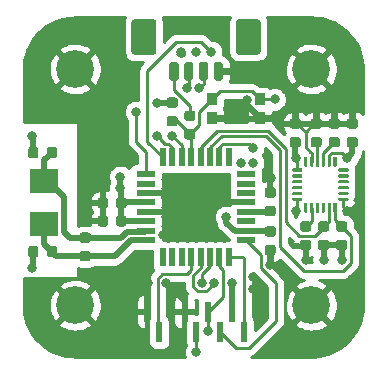
<source format=gbr>
%TF.GenerationSoftware,KiCad,Pcbnew,(5.99.0-2358-g6d8fb94d8)*%
%TF.CreationDate,2020-07-21T23:14:40+08:00*%
%TF.ProjectId,TheFC,54686546-432e-46b6-9963-61645f706362,1.0*%
%TF.SameCoordinates,Original*%
%TF.FileFunction,Copper,L1,Top*%
%TF.FilePolarity,Positive*%
%FSLAX46Y46*%
G04 Gerber Fmt 4.6, Leading zero omitted, Abs format (unit mm)*
G04 Created by KiCad (PCBNEW (5.99.0-2358-g6d8fb94d8)) date 2020-07-21 23:14:40*
%MOMM*%
%LPD*%
G01*
G04 APERTURE LIST*
%TA.AperFunction,SMDPad,CuDef*%
%ADD10R,0.900000X1.000000*%
%TD*%
%TA.AperFunction,SMDPad,CuDef*%
%ADD11R,2.400000X2.000000*%
%TD*%
%TA.AperFunction,SMDPad,CuDef*%
%ADD12R,0.600000X1.750000*%
%TD*%
%TA.AperFunction,SMDPad,CuDef*%
%ADD13R,1.600000X0.550000*%
%TD*%
%TA.AperFunction,SMDPad,CuDef*%
%ADD14R,0.550000X1.600000*%
%TD*%
%TA.AperFunction,ComponentPad*%
%ADD15C,3.200000*%
%TD*%
%TA.AperFunction,ViaPad*%
%ADD16C,0.800000*%
%TD*%
%TA.AperFunction,Conductor*%
%ADD17C,0.500000*%
%TD*%
%TA.AperFunction,Conductor*%
%ADD18C,0.250000*%
%TD*%
%TA.AperFunction,Conductor*%
%ADD19C,0.254000*%
%TD*%
G04 APERTURE END LIST*
D10*
%TO.P,SW1,2,2*%
%TO.N,GND*%
X120669375Y-69182000D03*
%TO.P,SW1,1,1*%
%TO.N,RESET*%
X120669375Y-67582000D03*
%TO.P,SW1,2,2*%
%TO.N,GND*%
X116569375Y-69182000D03*
%TO.P,SW1,1,1*%
%TO.N,RESET*%
X116569375Y-67582000D03*
%TD*%
D11*
%TO.P,Y1,2,2*%
%TO.N,XTAL2*%
X102363990Y-78166500D03*
%TO.P,Y1,1,1*%
%TO.N,XTAL1*%
X102363990Y-74466500D03*
%TD*%
D12*
%TO.P,J13,5,Pin_5*%
%TO.N,RESET*%
X115264000Y-87291000D03*
%TO.P,J13,3,Pin_3*%
%TO.N,SCK*%
X117264000Y-87291000D03*
%TO.P,J13,1,Pin_1*%
%TO.N,MISO*%
X119264000Y-87291000D03*
%TO.P,J13,6,Pin_6*%
%TO.N,GND*%
X114264000Y-85541000D03*
%TO.P,J13,4,Pin_4*%
%TO.N,S3/MOSI*%
X116264000Y-85541000D03*
%TO.P,J13,2,Pin_2*%
%TO.N,+5V*%
X118264000Y-85541000D03*
%TD*%
%TO.P,J3,1,Pin_1*%
%TO.N,GND*%
X111106400Y-85541000D03*
%TO.P,J3,2,Pin_2*%
%TO.N,BUZ*%
X112106400Y-87291000D03*
%TD*%
%TO.P,J12,MP*%
%TO.N,N/C*%
%TA.AperFunction,SMDPad,CuDef*%
G36*
G01*
X111865000Y-61044001D02*
X111865000Y-63543999D01*
G75*
G02*
X111614999Y-63794000I-250001J0D01*
G01*
X110015001Y-63794000D01*
G75*
G02*
X109765000Y-63543999I0J250001D01*
G01*
X109765000Y-61044001D01*
G75*
G02*
X110015001Y-60794000I250001J0D01*
G01*
X111614999Y-60794000D01*
G75*
G02*
X111865000Y-61044001I0J-250001D01*
G01*
G37*
%TD.AperFunction*%
%TA.AperFunction,SMDPad,CuDef*%
G36*
G01*
X120715000Y-61044001D02*
X120715000Y-63543999D01*
G75*
G02*
X120464999Y-63794000I-250001J0D01*
G01*
X118865001Y-63794000D01*
G75*
G02*
X118615000Y-63543999I0J250001D01*
G01*
X118615000Y-61044001D01*
G75*
G02*
X118865001Y-60794000I250001J0D01*
G01*
X120464999Y-60794000D01*
G75*
G02*
X120715000Y-61044001I0J-250001D01*
G01*
G37*
%TD.AperFunction*%
%TO.P,J12,4,Pin_4*%
%TO.N,Net-(C12-Pad1)*%
%TA.AperFunction,SMDPad,CuDef*%
G36*
G01*
X113765000Y-64594000D02*
X113765000Y-65794000D01*
G75*
G02*
X113565000Y-65994000I-200000J0D01*
G01*
X113165000Y-65994000D01*
G75*
G02*
X112965000Y-65794000I0J200000D01*
G01*
X112965000Y-64594000D01*
G75*
G02*
X113165000Y-64394000I200000J0D01*
G01*
X113565000Y-64394000D01*
G75*
G02*
X113765000Y-64594000I0J-200000D01*
G01*
G37*
%TD.AperFunction*%
%TO.P,J12,3,Pin_3*%
%TO.N,TX*%
%TA.AperFunction,SMDPad,CuDef*%
G36*
G01*
X115015000Y-64594000D02*
X115015000Y-65794000D01*
G75*
G02*
X114815000Y-65994000I-200000J0D01*
G01*
X114415000Y-65994000D01*
G75*
G02*
X114215000Y-65794000I0J200000D01*
G01*
X114215000Y-64594000D01*
G75*
G02*
X114415000Y-64394000I200000J0D01*
G01*
X114815000Y-64394000D01*
G75*
G02*
X115015000Y-64594000I0J-200000D01*
G01*
G37*
%TD.AperFunction*%
%TO.P,J12,2,Pin_2*%
%TO.N,RX*%
%TA.AperFunction,SMDPad,CuDef*%
G36*
G01*
X116265000Y-64594000D02*
X116265000Y-65794000D01*
G75*
G02*
X116065000Y-65994000I-200000J0D01*
G01*
X115665000Y-65994000D01*
G75*
G02*
X115465000Y-65794000I0J200000D01*
G01*
X115465000Y-64594000D01*
G75*
G02*
X115665000Y-64394000I200000J0D01*
G01*
X116065000Y-64394000D01*
G75*
G02*
X116265000Y-64594000I0J-200000D01*
G01*
G37*
%TD.AperFunction*%
%TO.P,J12,1,Pin_1*%
%TO.N,GND*%
%TA.AperFunction,SMDPad,CuDef*%
G36*
G01*
X117515000Y-64594000D02*
X117515000Y-65794000D01*
G75*
G02*
X117315000Y-65994000I-200000J0D01*
G01*
X116915000Y-65994000D01*
G75*
G02*
X116715000Y-65794000I0J200000D01*
G01*
X116715000Y-64594000D01*
G75*
G02*
X116915000Y-64394000I200000J0D01*
G01*
X117315000Y-64394000D01*
G75*
G02*
X117515000Y-64594000I0J-200000D01*
G01*
G37*
%TD.AperFunction*%
%TD*%
%TO.P,U4,1,CLKIN*%
%TO.N,GND*%
%TA.AperFunction,SMDPad,CuDef*%
G36*
G01*
X128141290Y-75969500D02*
X128141290Y-76119500D01*
G75*
G02*
X128066290Y-76194500I-75000J0D01*
G01*
X127366290Y-76194500D01*
G75*
G02*
X127291290Y-76119500I0J75000D01*
G01*
X127291290Y-75969500D01*
G75*
G02*
X127366290Y-75894500I75000J0D01*
G01*
X128066290Y-75894500D01*
G75*
G02*
X128141290Y-75969500I0J-75000D01*
G01*
G37*
%TD.AperFunction*%
%TO.P,U4,2*%
%TO.N,N/C*%
%TA.AperFunction,SMDPad,CuDef*%
G36*
G01*
X128141290Y-75469500D02*
X128141290Y-75619500D01*
G75*
G02*
X128066290Y-75694500I-75000J0D01*
G01*
X127366290Y-75694500D01*
G75*
G02*
X127291290Y-75619500I0J75000D01*
G01*
X127291290Y-75469500D01*
G75*
G02*
X127366290Y-75394500I75000J0D01*
G01*
X128066290Y-75394500D01*
G75*
G02*
X128141290Y-75469500I0J-75000D01*
G01*
G37*
%TD.AperFunction*%
%TO.P,U4,3*%
%TA.AperFunction,SMDPad,CuDef*%
G36*
G01*
X128141290Y-74969500D02*
X128141290Y-75119500D01*
G75*
G02*
X128066290Y-75194500I-75000J0D01*
G01*
X127366290Y-75194500D01*
G75*
G02*
X127291290Y-75119500I0J75000D01*
G01*
X127291290Y-74969500D01*
G75*
G02*
X127366290Y-74894500I75000J0D01*
G01*
X128066290Y-74894500D01*
G75*
G02*
X128141290Y-74969500I0J-75000D01*
G01*
G37*
%TD.AperFunction*%
%TO.P,U4,4*%
%TA.AperFunction,SMDPad,CuDef*%
G36*
G01*
X128141290Y-74469500D02*
X128141290Y-74619500D01*
G75*
G02*
X128066290Y-74694500I-75000J0D01*
G01*
X127366290Y-74694500D01*
G75*
G02*
X127291290Y-74619500I0J75000D01*
G01*
X127291290Y-74469500D01*
G75*
G02*
X127366290Y-74394500I75000J0D01*
G01*
X128066290Y-74394500D01*
G75*
G02*
X128141290Y-74469500I0J-75000D01*
G01*
G37*
%TD.AperFunction*%
%TO.P,U4,5*%
%TA.AperFunction,SMDPad,CuDef*%
G36*
G01*
X128141290Y-73969500D02*
X128141290Y-74119500D01*
G75*
G02*
X128066290Y-74194500I-75000J0D01*
G01*
X127366290Y-74194500D01*
G75*
G02*
X127291290Y-74119500I0J75000D01*
G01*
X127291290Y-73969500D01*
G75*
G02*
X127366290Y-73894500I75000J0D01*
G01*
X128066290Y-73894500D01*
G75*
G02*
X128141290Y-73969500I0J-75000D01*
G01*
G37*
%TD.AperFunction*%
%TO.P,U4,6,AUX_SDA*%
%TO.N,Net-(U4-Pad6)*%
%TA.AperFunction,SMDPad,CuDef*%
G36*
G01*
X128141290Y-73469500D02*
X128141290Y-73619500D01*
G75*
G02*
X128066290Y-73694500I-75000J0D01*
G01*
X127366290Y-73694500D01*
G75*
G02*
X127291290Y-73619500I0J75000D01*
G01*
X127291290Y-73469500D01*
G75*
G02*
X127366290Y-73394500I75000J0D01*
G01*
X128066290Y-73394500D01*
G75*
G02*
X128141290Y-73469500I0J-75000D01*
G01*
G37*
%TD.AperFunction*%
%TO.P,U4,7,AUX_SCL*%
%TO.N,Net-(U4-Pad7)*%
%TA.AperFunction,SMDPad,CuDef*%
G36*
G01*
X126941290Y-72419500D02*
X127091290Y-72419500D01*
G75*
G02*
X127166290Y-72494500I0J-75000D01*
G01*
X127166290Y-73194500D01*
G75*
G02*
X127091290Y-73269500I-75000J0D01*
G01*
X126941290Y-73269500D01*
G75*
G02*
X126866290Y-73194500I0J75000D01*
G01*
X126866290Y-72494500D01*
G75*
G02*
X126941290Y-72419500I75000J0D01*
G01*
G37*
%TD.AperFunction*%
%TO.P,U4,8,VDDIO*%
%TO.N,+3V3*%
%TA.AperFunction,SMDPad,CuDef*%
G36*
G01*
X126441290Y-72419500D02*
X126591290Y-72419500D01*
G75*
G02*
X126666290Y-72494500I0J-75000D01*
G01*
X126666290Y-73194500D01*
G75*
G02*
X126591290Y-73269500I-75000J0D01*
G01*
X126441290Y-73269500D01*
G75*
G02*
X126366290Y-73194500I0J75000D01*
G01*
X126366290Y-72494500D01*
G75*
G02*
X126441290Y-72419500I75000J0D01*
G01*
G37*
%TD.AperFunction*%
%TO.P,U4,9,AD0*%
%TO.N,Net-(R2-Pad1)*%
%TA.AperFunction,SMDPad,CuDef*%
G36*
G01*
X125941290Y-72419500D02*
X126091290Y-72419500D01*
G75*
G02*
X126166290Y-72494500I0J-75000D01*
G01*
X126166290Y-73194500D01*
G75*
G02*
X126091290Y-73269500I-75000J0D01*
G01*
X125941290Y-73269500D01*
G75*
G02*
X125866290Y-73194500I0J75000D01*
G01*
X125866290Y-72494500D01*
G75*
G02*
X125941290Y-72419500I75000J0D01*
G01*
G37*
%TD.AperFunction*%
%TO.P,U4,10,REGOUT*%
%TO.N,Net-(C14-Pad1)*%
%TA.AperFunction,SMDPad,CuDef*%
G36*
G01*
X125441290Y-72419500D02*
X125591290Y-72419500D01*
G75*
G02*
X125666290Y-72494500I0J-75000D01*
G01*
X125666290Y-73194500D01*
G75*
G02*
X125591290Y-73269500I-75000J0D01*
G01*
X125441290Y-73269500D01*
G75*
G02*
X125366290Y-73194500I0J75000D01*
G01*
X125366290Y-72494500D01*
G75*
G02*
X125441290Y-72419500I75000J0D01*
G01*
G37*
%TD.AperFunction*%
%TO.P,U4,11,FSYNC*%
%TO.N,GND*%
%TA.AperFunction,SMDPad,CuDef*%
G36*
G01*
X124941290Y-72419500D02*
X125091290Y-72419500D01*
G75*
G02*
X125166290Y-72494500I0J-75000D01*
G01*
X125166290Y-73194500D01*
G75*
G02*
X125091290Y-73269500I-75000J0D01*
G01*
X124941290Y-73269500D01*
G75*
G02*
X124866290Y-73194500I0J75000D01*
G01*
X124866290Y-72494500D01*
G75*
G02*
X124941290Y-72419500I75000J0D01*
G01*
G37*
%TD.AperFunction*%
%TO.P,U4,12,INT*%
%TO.N,Net-(U4-Pad12)*%
%TA.AperFunction,SMDPad,CuDef*%
G36*
G01*
X124441290Y-72419500D02*
X124591290Y-72419500D01*
G75*
G02*
X124666290Y-72494500I0J-75000D01*
G01*
X124666290Y-73194500D01*
G75*
G02*
X124591290Y-73269500I-75000J0D01*
G01*
X124441290Y-73269500D01*
G75*
G02*
X124366290Y-73194500I0J75000D01*
G01*
X124366290Y-72494500D01*
G75*
G02*
X124441290Y-72419500I75000J0D01*
G01*
G37*
%TD.AperFunction*%
%TO.P,U4,13,VDD*%
%TO.N,+3V3*%
%TA.AperFunction,SMDPad,CuDef*%
G36*
G01*
X124241290Y-73469500D02*
X124241290Y-73619500D01*
G75*
G02*
X124166290Y-73694500I-75000J0D01*
G01*
X123466290Y-73694500D01*
G75*
G02*
X123391290Y-73619500I0J75000D01*
G01*
X123391290Y-73469500D01*
G75*
G02*
X123466290Y-73394500I75000J0D01*
G01*
X124166290Y-73394500D01*
G75*
G02*
X124241290Y-73469500I0J-75000D01*
G01*
G37*
%TD.AperFunction*%
%TO.P,U4,14*%
%TO.N,N/C*%
%TA.AperFunction,SMDPad,CuDef*%
G36*
G01*
X124241290Y-73969500D02*
X124241290Y-74119500D01*
G75*
G02*
X124166290Y-74194500I-75000J0D01*
G01*
X123466290Y-74194500D01*
G75*
G02*
X123391290Y-74119500I0J75000D01*
G01*
X123391290Y-73969500D01*
G75*
G02*
X123466290Y-73894500I75000J0D01*
G01*
X124166290Y-73894500D01*
G75*
G02*
X124241290Y-73969500I0J-75000D01*
G01*
G37*
%TD.AperFunction*%
%TO.P,U4,15*%
%TA.AperFunction,SMDPad,CuDef*%
G36*
G01*
X124241290Y-74469500D02*
X124241290Y-74619500D01*
G75*
G02*
X124166290Y-74694500I-75000J0D01*
G01*
X123466290Y-74694500D01*
G75*
G02*
X123391290Y-74619500I0J75000D01*
G01*
X123391290Y-74469500D01*
G75*
G02*
X123466290Y-74394500I75000J0D01*
G01*
X124166290Y-74394500D01*
G75*
G02*
X124241290Y-74469500I0J-75000D01*
G01*
G37*
%TD.AperFunction*%
%TO.P,U4,16*%
%TA.AperFunction,SMDPad,CuDef*%
G36*
G01*
X124241290Y-74969500D02*
X124241290Y-75119500D01*
G75*
G02*
X124166290Y-75194500I-75000J0D01*
G01*
X123466290Y-75194500D01*
G75*
G02*
X123391290Y-75119500I0J75000D01*
G01*
X123391290Y-74969500D01*
G75*
G02*
X123466290Y-74894500I75000J0D01*
G01*
X124166290Y-74894500D01*
G75*
G02*
X124241290Y-74969500I0J-75000D01*
G01*
G37*
%TD.AperFunction*%
%TO.P,U4,17*%
%TA.AperFunction,SMDPad,CuDef*%
G36*
G01*
X124241290Y-75469500D02*
X124241290Y-75619500D01*
G75*
G02*
X124166290Y-75694500I-75000J0D01*
G01*
X123466290Y-75694500D01*
G75*
G02*
X123391290Y-75619500I0J75000D01*
G01*
X123391290Y-75469500D01*
G75*
G02*
X123466290Y-75394500I75000J0D01*
G01*
X124166290Y-75394500D01*
G75*
G02*
X124241290Y-75469500I0J-75000D01*
G01*
G37*
%TD.AperFunction*%
%TO.P,U4,18,GND*%
%TO.N,GND*%
%TA.AperFunction,SMDPad,CuDef*%
G36*
G01*
X124241290Y-75969500D02*
X124241290Y-76119500D01*
G75*
G02*
X124166290Y-76194500I-75000J0D01*
G01*
X123466290Y-76194500D01*
G75*
G02*
X123391290Y-76119500I0J75000D01*
G01*
X123391290Y-75969500D01*
G75*
G02*
X123466290Y-75894500I75000J0D01*
G01*
X124166290Y-75894500D01*
G75*
G02*
X124241290Y-75969500I0J-75000D01*
G01*
G37*
%TD.AperFunction*%
%TO.P,U4,19*%
%TO.N,N/C*%
%TA.AperFunction,SMDPad,CuDef*%
G36*
G01*
X124441290Y-76319500D02*
X124591290Y-76319500D01*
G75*
G02*
X124666290Y-76394500I0J-75000D01*
G01*
X124666290Y-77094500D01*
G75*
G02*
X124591290Y-77169500I-75000J0D01*
G01*
X124441290Y-77169500D01*
G75*
G02*
X124366290Y-77094500I0J75000D01*
G01*
X124366290Y-76394500D01*
G75*
G02*
X124441290Y-76319500I75000J0D01*
G01*
G37*
%TD.AperFunction*%
%TO.P,U4,20,CPOUT*%
%TO.N,Net-(C15-Pad1)*%
%TA.AperFunction,SMDPad,CuDef*%
G36*
G01*
X124941290Y-76319500D02*
X125091290Y-76319500D01*
G75*
G02*
X125166290Y-76394500I0J-75000D01*
G01*
X125166290Y-77094500D01*
G75*
G02*
X125091290Y-77169500I-75000J0D01*
G01*
X124941290Y-77169500D01*
G75*
G02*
X124866290Y-77094500I0J75000D01*
G01*
X124866290Y-76394500D01*
G75*
G02*
X124941290Y-76319500I75000J0D01*
G01*
G37*
%TD.AperFunction*%
%TO.P,U4,21*%
%TO.N,N/C*%
%TA.AperFunction,SMDPad,CuDef*%
G36*
G01*
X125441290Y-76319500D02*
X125591290Y-76319500D01*
G75*
G02*
X125666290Y-76394500I0J-75000D01*
G01*
X125666290Y-77094500D01*
G75*
G02*
X125591290Y-77169500I-75000J0D01*
G01*
X125441290Y-77169500D01*
G75*
G02*
X125366290Y-77094500I0J75000D01*
G01*
X125366290Y-76394500D01*
G75*
G02*
X125441290Y-76319500I75000J0D01*
G01*
G37*
%TD.AperFunction*%
%TO.P,U4,22*%
%TA.AperFunction,SMDPad,CuDef*%
G36*
G01*
X125941290Y-76319500D02*
X126091290Y-76319500D01*
G75*
G02*
X126166290Y-76394500I0J-75000D01*
G01*
X126166290Y-77094500D01*
G75*
G02*
X126091290Y-77169500I-75000J0D01*
G01*
X125941290Y-77169500D01*
G75*
G02*
X125866290Y-77094500I0J75000D01*
G01*
X125866290Y-76394500D01*
G75*
G02*
X125941290Y-76319500I75000J0D01*
G01*
G37*
%TD.AperFunction*%
%TO.P,U4,23,SCL*%
%TO.N,SCL*%
%TA.AperFunction,SMDPad,CuDef*%
G36*
G01*
X126441290Y-76319500D02*
X126591290Y-76319500D01*
G75*
G02*
X126666290Y-76394500I0J-75000D01*
G01*
X126666290Y-77094500D01*
G75*
G02*
X126591290Y-77169500I-75000J0D01*
G01*
X126441290Y-77169500D01*
G75*
G02*
X126366290Y-77094500I0J75000D01*
G01*
X126366290Y-76394500D01*
G75*
G02*
X126441290Y-76319500I75000J0D01*
G01*
G37*
%TD.AperFunction*%
%TO.P,U4,24,SDA*%
%TO.N,SDA*%
%TA.AperFunction,SMDPad,CuDef*%
G36*
G01*
X126941290Y-76319500D02*
X127091290Y-76319500D01*
G75*
G02*
X127166290Y-76394500I0J-75000D01*
G01*
X127166290Y-77094500D01*
G75*
G02*
X127091290Y-77169500I-75000J0D01*
G01*
X126941290Y-77169500D01*
G75*
G02*
X126866290Y-77094500I0J75000D01*
G01*
X126866290Y-76394500D01*
G75*
G02*
X126941290Y-76319500I75000J0D01*
G01*
G37*
%TD.AperFunction*%
%TD*%
D13*
%TO.P,U3,1,PD3*%
%TO.N,S4*%
X110968375Y-73897500D03*
%TO.P,U3,2,PD4*%
%TO.N,Net-(U3-Pad2)*%
X110968375Y-74697500D03*
%TO.P,U3,3,GND*%
%TO.N,GND*%
X110968375Y-75497500D03*
%TO.P,U3,4,VCC*%
%TO.N,+5V*%
X110968375Y-76297500D03*
%TO.P,U3,5,GND*%
%TO.N,GND*%
X110968375Y-77097500D03*
%TO.P,U3,6,VCC*%
%TO.N,+5V*%
X110968375Y-77897500D03*
%TO.P,U3,7,XTAL1/PB6*%
%TO.N,XTAL1*%
X110968375Y-78697500D03*
%TO.P,U3,8,XTAL2/PB7*%
%TO.N,XTAL2*%
X110968375Y-79497500D03*
D14*
%TO.P,U3,9,PD5*%
%TO.N,Net-(U3-Pad9)*%
X112418375Y-80947500D03*
%TO.P,U3,10,PD6*%
%TO.N,Net-(U3-Pad10)*%
X113218375Y-80947500D03*
%TO.P,U3,11,PD7*%
%TO.N,Net-(U3-Pad11)*%
X114018375Y-80947500D03*
%TO.P,U3,12,PB0*%
%TO.N,BUZ*%
X114818375Y-80947500D03*
%TO.P,U3,13,PB1*%
%TO.N,S1*%
X115618375Y-80947500D03*
%TO.P,U3,14,PB2*%
%TO.N,S2*%
X116418375Y-80947500D03*
%TO.P,U3,15,PB3*%
%TO.N,S3/MOSI*%
X117218375Y-80947500D03*
%TO.P,U3,16,PB4*%
%TO.N,MISO*%
X118018375Y-80947500D03*
D13*
%TO.P,U3,17,PB5*%
%TO.N,SCK*%
X119468375Y-79497500D03*
%TO.P,U3,18,AVCC*%
%TO.N,+5V*%
X119468375Y-78697500D03*
%TO.P,U3,19,ADC6*%
%TO.N,Net-(U3-Pad19)*%
X119468375Y-77897500D03*
%TO.P,U3,20,AREF*%
%TO.N,Net-(C13-Pad1)*%
X119468375Y-77097500D03*
%TO.P,U3,21,GND*%
%TO.N,GND*%
X119468375Y-76297500D03*
%TO.P,U3,22,ADC7*%
%TO.N,Net-(U3-Pad22)*%
X119468375Y-75497500D03*
%TO.P,U3,23,PC0*%
%TO.N,Net-(U3-Pad23)*%
X119468375Y-74697500D03*
%TO.P,U3,24,PC1*%
%TO.N,Net-(U3-Pad24)*%
X119468375Y-73897500D03*
D14*
%TO.P,U3,25,PC2*%
%TO.N,Net-(U3-Pad25)*%
X118018375Y-72447500D03*
%TO.P,U3,26,PC3*%
%TO.N,BAT*%
X117218375Y-72447500D03*
%TO.P,U3,27,PC4*%
%TO.N,SDA*%
X116418375Y-72447500D03*
%TO.P,U3,28,PC5*%
%TO.N,SCL*%
X115618375Y-72447500D03*
%TO.P,U3,29,~RESET~/PC6*%
%TO.N,RESET*%
X114818375Y-72447500D03*
%TO.P,U3,30,PD0*%
%TO.N,RX*%
X114018375Y-72447500D03*
%TO.P,U3,31,PD1*%
%TO.N,TX*%
X113218375Y-72447500D03*
%TO.P,U3,32,PD2*%
%TO.N,PPM*%
X112418375Y-72447500D03*
%TD*%
%TO.P,R5,1*%
%TO.N,+5V*%
%TA.AperFunction,SMDPad,CuDef*%
G36*
G01*
X112951750Y-67411000D02*
X113464250Y-67411000D01*
G75*
G02*
X113683000Y-67629750I0J-218750D01*
G01*
X113683000Y-68067250D01*
G75*
G02*
X113464250Y-68286000I-218750J0D01*
G01*
X112951750Y-68286000D01*
G75*
G02*
X112733000Y-68067250I0J218750D01*
G01*
X112733000Y-67629750D01*
G75*
G02*
X112951750Y-67411000I218750J0D01*
G01*
G37*
%TD.AperFunction*%
%TO.P,R5,2*%
%TO.N,RESET*%
%TA.AperFunction,SMDPad,CuDef*%
G36*
G01*
X112951750Y-68986000D02*
X113464250Y-68986000D01*
G75*
G02*
X113683000Y-69204750I0J-218750D01*
G01*
X113683000Y-69642250D01*
G75*
G02*
X113464250Y-69861000I-218750J0D01*
G01*
X112951750Y-69861000D01*
G75*
G02*
X112733000Y-69642250I0J218750D01*
G01*
X112733000Y-69204750D01*
G75*
G02*
X112951750Y-68986000I218750J0D01*
G01*
G37*
%TD.AperFunction*%
%TD*%
%TO.P,R4,1*%
%TO.N,+3V3*%
%TA.AperFunction,SMDPad,CuDef*%
G36*
G01*
X126290540Y-80351500D02*
X125778040Y-80351500D01*
G75*
G02*
X125559290Y-80132750I0J218750D01*
G01*
X125559290Y-79695250D01*
G75*
G02*
X125778040Y-79476500I218750J0D01*
G01*
X126290540Y-79476500D01*
G75*
G02*
X126509290Y-79695250I0J-218750D01*
G01*
X126509290Y-80132750D01*
G75*
G02*
X126290540Y-80351500I-218750J0D01*
G01*
G37*
%TD.AperFunction*%
%TO.P,R4,2*%
%TO.N,SCL*%
%TA.AperFunction,SMDPad,CuDef*%
G36*
G01*
X126290540Y-78776500D02*
X125778040Y-78776500D01*
G75*
G02*
X125559290Y-78557750I0J218750D01*
G01*
X125559290Y-78120250D01*
G75*
G02*
X125778040Y-77901500I218750J0D01*
G01*
X126290540Y-77901500D01*
G75*
G02*
X126509290Y-78120250I0J-218750D01*
G01*
X126509290Y-78557750D01*
G75*
G02*
X126290540Y-78776500I-218750J0D01*
G01*
G37*
%TD.AperFunction*%
%TD*%
%TO.P,R3,1*%
%TO.N,XTAL1*%
%TA.AperFunction,SMDPad,CuDef*%
G36*
G01*
X105585750Y-78841000D02*
X106098250Y-78841000D01*
G75*
G02*
X106317000Y-79059750I0J-218750D01*
G01*
X106317000Y-79497250D01*
G75*
G02*
X106098250Y-79716000I-218750J0D01*
G01*
X105585750Y-79716000D01*
G75*
G02*
X105367000Y-79497250I0J218750D01*
G01*
X105367000Y-79059750D01*
G75*
G02*
X105585750Y-78841000I218750J0D01*
G01*
G37*
%TD.AperFunction*%
%TO.P,R3,2*%
%TO.N,XTAL2*%
%TA.AperFunction,SMDPad,CuDef*%
G36*
G01*
X105585750Y-80416000D02*
X106098250Y-80416000D01*
G75*
G02*
X106317000Y-80634750I0J-218750D01*
G01*
X106317000Y-81072250D01*
G75*
G02*
X106098250Y-81291000I-218750J0D01*
G01*
X105585750Y-81291000D01*
G75*
G02*
X105367000Y-81072250I0J218750D01*
G01*
X105367000Y-80634750D01*
G75*
G02*
X105585750Y-80416000I218750J0D01*
G01*
G37*
%TD.AperFunction*%
%TD*%
%TO.P,R2,1*%
%TO.N,Net-(R2-Pad1)*%
%TA.AperFunction,SMDPad,CuDef*%
G36*
G01*
X127194250Y-71639000D02*
X126681750Y-71639000D01*
G75*
G02*
X126463000Y-71420250I0J218750D01*
G01*
X126463000Y-70982750D01*
G75*
G02*
X126681750Y-70764000I218750J0D01*
G01*
X127194250Y-70764000D01*
G75*
G02*
X127413000Y-70982750I0J-218750D01*
G01*
X127413000Y-71420250D01*
G75*
G02*
X127194250Y-71639000I-218750J0D01*
G01*
G37*
%TD.AperFunction*%
%TO.P,R2,2*%
%TO.N,GND*%
%TA.AperFunction,SMDPad,CuDef*%
G36*
G01*
X127194250Y-70064000D02*
X126681750Y-70064000D01*
G75*
G02*
X126463000Y-69845250I0J218750D01*
G01*
X126463000Y-69407750D01*
G75*
G02*
X126681750Y-69189000I218750J0D01*
G01*
X127194250Y-69189000D01*
G75*
G02*
X127413000Y-69407750I0J-218750D01*
G01*
X127413000Y-69845250D01*
G75*
G02*
X127194250Y-70064000I-218750J0D01*
G01*
G37*
%TD.AperFunction*%
%TD*%
%TO.P,R1,1*%
%TO.N,+3V3*%
%TA.AperFunction,SMDPad,CuDef*%
G36*
G01*
X127814540Y-80351500D02*
X127302040Y-80351500D01*
G75*
G02*
X127083290Y-80132750I0J218750D01*
G01*
X127083290Y-79695250D01*
G75*
G02*
X127302040Y-79476500I218750J0D01*
G01*
X127814540Y-79476500D01*
G75*
G02*
X128033290Y-79695250I0J-218750D01*
G01*
X128033290Y-80132750D01*
G75*
G02*
X127814540Y-80351500I-218750J0D01*
G01*
G37*
%TD.AperFunction*%
%TO.P,R1,2*%
%TO.N,SDA*%
%TA.AperFunction,SMDPad,CuDef*%
G36*
G01*
X127814540Y-78776500D02*
X127302040Y-78776500D01*
G75*
G02*
X127083290Y-78557750I0J218750D01*
G01*
X127083290Y-78120250D01*
G75*
G02*
X127302040Y-77901500I218750J0D01*
G01*
X127814540Y-77901500D01*
G75*
G02*
X128033290Y-78120250I0J-218750D01*
G01*
X128033290Y-78557750D01*
G75*
G02*
X127814540Y-78776500I-218750J0D01*
G01*
G37*
%TD.AperFunction*%
%TD*%
D15*
%TO.P,H4,1,1*%
%TO.N,GND*%
X105000000Y-85000000D03*
%TD*%
%TO.P,H3,1,1*%
%TO.N,GND*%
X125000000Y-85000000D03*
%TD*%
%TO.P,H2,1,1*%
%TO.N,GND*%
X125000000Y-65000000D03*
%TD*%
%TO.P,H1,1,1*%
%TO.N,GND*%
X105000000Y-65000000D03*
%TD*%
%TO.P,C15,1*%
%TO.N,Net-(C15-Pad1)*%
%TA.AperFunction,SMDPad,CuDef*%
G36*
G01*
X124254040Y-77901500D02*
X124766540Y-77901500D01*
G75*
G02*
X124985290Y-78120250I0J-218750D01*
G01*
X124985290Y-78557750D01*
G75*
G02*
X124766540Y-78776500I-218750J0D01*
G01*
X124254040Y-78776500D01*
G75*
G02*
X124035290Y-78557750I0J218750D01*
G01*
X124035290Y-78120250D01*
G75*
G02*
X124254040Y-77901500I218750J0D01*
G01*
G37*
%TD.AperFunction*%
%TO.P,C15,2*%
%TO.N,GND*%
%TA.AperFunction,SMDPad,CuDef*%
G36*
G01*
X124254040Y-79476500D02*
X124766540Y-79476500D01*
G75*
G02*
X124985290Y-79695250I0J-218750D01*
G01*
X124985290Y-80132750D01*
G75*
G02*
X124766540Y-80351500I-218750J0D01*
G01*
X124254040Y-80351500D01*
G75*
G02*
X124035290Y-80132750I0J218750D01*
G01*
X124035290Y-79695250D01*
G75*
G02*
X124254040Y-79476500I218750J0D01*
G01*
G37*
%TD.AperFunction*%
%TD*%
%TO.P,C14,1*%
%TO.N,Net-(C14-Pad1)*%
%TA.AperFunction,SMDPad,CuDef*%
G36*
G01*
X125656250Y-71639000D02*
X125143750Y-71639000D01*
G75*
G02*
X124925000Y-71420250I0J218750D01*
G01*
X124925000Y-70982750D01*
G75*
G02*
X125143750Y-70764000I218750J0D01*
G01*
X125656250Y-70764000D01*
G75*
G02*
X125875000Y-70982750I0J-218750D01*
G01*
X125875000Y-71420250D01*
G75*
G02*
X125656250Y-71639000I-218750J0D01*
G01*
G37*
%TD.AperFunction*%
%TO.P,C14,2*%
%TO.N,GND*%
%TA.AperFunction,SMDPad,CuDef*%
G36*
G01*
X125656250Y-70064000D02*
X125143750Y-70064000D01*
G75*
G02*
X124925000Y-69845250I0J218750D01*
G01*
X124925000Y-69407750D01*
G75*
G02*
X125143750Y-69189000I218750J0D01*
G01*
X125656250Y-69189000D01*
G75*
G02*
X125875000Y-69407750I0J-218750D01*
G01*
X125875000Y-69845250D01*
G75*
G02*
X125656250Y-70064000I-218750J0D01*
G01*
G37*
%TD.AperFunction*%
%TD*%
%TO.P,C13,1*%
%TO.N,Net-(C13-Pad1)*%
%TA.AperFunction,SMDPad,CuDef*%
G36*
G01*
X121764875Y-77468250D02*
X121252375Y-77468250D01*
G75*
G02*
X121033625Y-77249500I0J218750D01*
G01*
X121033625Y-76812000D01*
G75*
G02*
X121252375Y-76593250I218750J0D01*
G01*
X121764875Y-76593250D01*
G75*
G02*
X121983625Y-76812000I0J-218750D01*
G01*
X121983625Y-77249500D01*
G75*
G02*
X121764875Y-77468250I-218750J0D01*
G01*
G37*
%TD.AperFunction*%
%TO.P,C13,2*%
%TO.N,GND*%
%TA.AperFunction,SMDPad,CuDef*%
G36*
G01*
X121764875Y-75893250D02*
X121252375Y-75893250D01*
G75*
G02*
X121033625Y-75674500I0J218750D01*
G01*
X121033625Y-75237000D01*
G75*
G02*
X121252375Y-75018250I218750J0D01*
G01*
X121764875Y-75018250D01*
G75*
G02*
X121983625Y-75237000I0J-218750D01*
G01*
X121983625Y-75674500D01*
G75*
G02*
X121764875Y-75893250I-218750J0D01*
G01*
G37*
%TD.AperFunction*%
%TD*%
%TO.P,C12,1*%
%TO.N,Net-(C12-Pad1)*%
%TA.AperFunction,SMDPad,CuDef*%
G36*
G01*
X114455125Y-68524750D02*
X114967625Y-68524750D01*
G75*
G02*
X115186375Y-68743500I0J-218750D01*
G01*
X115186375Y-69181000D01*
G75*
G02*
X114967625Y-69399750I-218750J0D01*
G01*
X114455125Y-69399750D01*
G75*
G02*
X114236375Y-69181000I0J218750D01*
G01*
X114236375Y-68743500D01*
G75*
G02*
X114455125Y-68524750I218750J0D01*
G01*
G37*
%TD.AperFunction*%
%TO.P,C12,2*%
%TO.N,RESET*%
%TA.AperFunction,SMDPad,CuDef*%
G36*
G01*
X114455125Y-70099750D02*
X114967625Y-70099750D01*
G75*
G02*
X115186375Y-70318500I0J-218750D01*
G01*
X115186375Y-70756000D01*
G75*
G02*
X114967625Y-70974750I-218750J0D01*
G01*
X114455125Y-70974750D01*
G75*
G02*
X114236375Y-70756000I0J218750D01*
G01*
X114236375Y-70318500D01*
G75*
G02*
X114455125Y-70099750I218750J0D01*
G01*
G37*
%TD.AperFunction*%
%TD*%
%TO.P,C11,1*%
%TO.N,+3V3*%
%TA.AperFunction,SMDPad,CuDef*%
G36*
G01*
X128718250Y-71639000D02*
X128205750Y-71639000D01*
G75*
G02*
X127987000Y-71420250I0J218750D01*
G01*
X127987000Y-70982750D01*
G75*
G02*
X128205750Y-70764000I218750J0D01*
G01*
X128718250Y-70764000D01*
G75*
G02*
X128937000Y-70982750I0J-218750D01*
G01*
X128937000Y-71420250D01*
G75*
G02*
X128718250Y-71639000I-218750J0D01*
G01*
G37*
%TD.AperFunction*%
%TO.P,C11,2*%
%TO.N,GND*%
%TA.AperFunction,SMDPad,CuDef*%
G36*
G01*
X128718250Y-70064000D02*
X128205750Y-70064000D01*
G75*
G02*
X127987000Y-69845250I0J218750D01*
G01*
X127987000Y-69407750D01*
G75*
G02*
X128205750Y-69189000I218750J0D01*
G01*
X128718250Y-69189000D01*
G75*
G02*
X128937000Y-69407750I0J-218750D01*
G01*
X128937000Y-69845250D01*
G75*
G02*
X128718250Y-70064000I-218750J0D01*
G01*
G37*
%TD.AperFunction*%
%TD*%
%TO.P,C8,1*%
%TO.N,+5V*%
%TA.AperFunction,SMDPad,CuDef*%
G36*
G01*
X121252375Y-78320250D02*
X121764875Y-78320250D01*
G75*
G02*
X121983625Y-78539000I0J-218750D01*
G01*
X121983625Y-78976500D01*
G75*
G02*
X121764875Y-79195250I-218750J0D01*
G01*
X121252375Y-79195250D01*
G75*
G02*
X121033625Y-78976500I0J218750D01*
G01*
X121033625Y-78539000D01*
G75*
G02*
X121252375Y-78320250I218750J0D01*
G01*
G37*
%TD.AperFunction*%
%TO.P,C8,2*%
%TO.N,GND*%
%TA.AperFunction,SMDPad,CuDef*%
G36*
G01*
X121252375Y-79895250D02*
X121764875Y-79895250D01*
G75*
G02*
X121983625Y-80114000I0J-218750D01*
G01*
X121983625Y-80551500D01*
G75*
G02*
X121764875Y-80770250I-218750J0D01*
G01*
X121252375Y-80770250D01*
G75*
G02*
X121033625Y-80551500I0J218750D01*
G01*
X121033625Y-80114000D01*
G75*
G02*
X121252375Y-79895250I218750J0D01*
G01*
G37*
%TD.AperFunction*%
%TD*%
%TO.P,C5,1*%
%TO.N,+5V*%
%TA.AperFunction,SMDPad,CuDef*%
G36*
G01*
X109353000Y-77609750D02*
X109353000Y-78122250D01*
G75*
G02*
X109134250Y-78341000I-218750J0D01*
G01*
X108696750Y-78341000D01*
G75*
G02*
X108478000Y-78122250I0J218750D01*
G01*
X108478000Y-77609750D01*
G75*
G02*
X108696750Y-77391000I218750J0D01*
G01*
X109134250Y-77391000D01*
G75*
G02*
X109353000Y-77609750I0J-218750D01*
G01*
G37*
%TD.AperFunction*%
%TO.P,C5,2*%
%TO.N,GND*%
%TA.AperFunction,SMDPad,CuDef*%
G36*
G01*
X107778000Y-77609750D02*
X107778000Y-78122250D01*
G75*
G02*
X107559250Y-78341000I-218750J0D01*
G01*
X107121750Y-78341000D01*
G75*
G02*
X106903000Y-78122250I0J218750D01*
G01*
X106903000Y-77609750D01*
G75*
G02*
X107121750Y-77391000I218750J0D01*
G01*
X107559250Y-77391000D01*
G75*
G02*
X107778000Y-77609750I0J-218750D01*
G01*
G37*
%TD.AperFunction*%
%TD*%
%TO.P,C4,1*%
%TO.N,+3V3*%
%TA.AperFunction,SMDPad,CuDef*%
G36*
G01*
X123897961Y-71639000D02*
X123385461Y-71639000D01*
G75*
G02*
X123166711Y-71420250I0J218750D01*
G01*
X123166711Y-70982750D01*
G75*
G02*
X123385461Y-70764000I218750J0D01*
G01*
X123897961Y-70764000D01*
G75*
G02*
X124116711Y-70982750I0J-218750D01*
G01*
X124116711Y-71420250D01*
G75*
G02*
X123897961Y-71639000I-218750J0D01*
G01*
G37*
%TD.AperFunction*%
%TO.P,C4,2*%
%TO.N,GND*%
%TA.AperFunction,SMDPad,CuDef*%
G36*
G01*
X123897961Y-70064000D02*
X123385461Y-70064000D01*
G75*
G02*
X123166711Y-69845250I0J218750D01*
G01*
X123166711Y-69407750D01*
G75*
G02*
X123385461Y-69189000I218750J0D01*
G01*
X123897961Y-69189000D01*
G75*
G02*
X124116711Y-69407750I0J-218750D01*
G01*
X124116711Y-69845250D01*
G75*
G02*
X123897961Y-70064000I-218750J0D01*
G01*
G37*
%TD.AperFunction*%
%TD*%
%TO.P,C3,1*%
%TO.N,XTAL2*%
%TA.AperFunction,SMDPad,CuDef*%
G36*
G01*
X103463490Y-80205500D02*
X103463490Y-80718000D01*
G75*
G02*
X103244740Y-80936750I-218750J0D01*
G01*
X102807240Y-80936750D01*
G75*
G02*
X102588490Y-80718000I0J218750D01*
G01*
X102588490Y-80205500D01*
G75*
G02*
X102807240Y-79986750I218750J0D01*
G01*
X103244740Y-79986750D01*
G75*
G02*
X103463490Y-80205500I0J-218750D01*
G01*
G37*
%TD.AperFunction*%
%TO.P,C3,2*%
%TO.N,GND*%
%TA.AperFunction,SMDPad,CuDef*%
G36*
G01*
X101888490Y-80205500D02*
X101888490Y-80718000D01*
G75*
G02*
X101669740Y-80936750I-218750J0D01*
G01*
X101232240Y-80936750D01*
G75*
G02*
X101013490Y-80718000I0J218750D01*
G01*
X101013490Y-80205500D01*
G75*
G02*
X101232240Y-79986750I218750J0D01*
G01*
X101669740Y-79986750D01*
G75*
G02*
X101888490Y-80205500I0J-218750D01*
G01*
G37*
%TD.AperFunction*%
%TD*%
%TO.P,C2,1*%
%TO.N,+5V*%
%TA.AperFunction,SMDPad,CuDef*%
G36*
G01*
X109353000Y-76085750D02*
X109353000Y-76598250D01*
G75*
G02*
X109134250Y-76817000I-218750J0D01*
G01*
X108696750Y-76817000D01*
G75*
G02*
X108478000Y-76598250I0J218750D01*
G01*
X108478000Y-76085750D01*
G75*
G02*
X108696750Y-75867000I218750J0D01*
G01*
X109134250Y-75867000D01*
G75*
G02*
X109353000Y-76085750I0J-218750D01*
G01*
G37*
%TD.AperFunction*%
%TO.P,C2,2*%
%TO.N,GND*%
%TA.AperFunction,SMDPad,CuDef*%
G36*
G01*
X107778000Y-76085750D02*
X107778000Y-76598250D01*
G75*
G02*
X107559250Y-76817000I-218750J0D01*
G01*
X107121750Y-76817000D01*
G75*
G02*
X106903000Y-76598250I0J218750D01*
G01*
X106903000Y-76085750D01*
G75*
G02*
X107121750Y-75867000I218750J0D01*
G01*
X107559250Y-75867000D01*
G75*
G02*
X107778000Y-76085750I0J-218750D01*
G01*
G37*
%TD.AperFunction*%
%TD*%
%TO.P,C1,1*%
%TO.N,XTAL1*%
%TA.AperFunction,SMDPad,CuDef*%
G36*
G01*
X103463490Y-71823500D02*
X103463490Y-72336000D01*
G75*
G02*
X103244740Y-72554750I-218750J0D01*
G01*
X102807240Y-72554750D01*
G75*
G02*
X102588490Y-72336000I0J218750D01*
G01*
X102588490Y-71823500D01*
G75*
G02*
X102807240Y-71604750I218750J0D01*
G01*
X103244740Y-71604750D01*
G75*
G02*
X103463490Y-71823500I0J-218750D01*
G01*
G37*
%TD.AperFunction*%
%TO.P,C1,2*%
%TO.N,GND*%
%TA.AperFunction,SMDPad,CuDef*%
G36*
G01*
X101888490Y-71823500D02*
X101888490Y-72336000D01*
G75*
G02*
X101669740Y-72554750I-218750J0D01*
G01*
X101232240Y-72554750D01*
G75*
G02*
X101013490Y-72336000I0J218750D01*
G01*
X101013490Y-71823500D01*
G75*
G02*
X101232240Y-71604750I218750J0D01*
G01*
X101669740Y-71604750D01*
G75*
G02*
X101888490Y-71823500I0J-218750D01*
G01*
G37*
%TD.AperFunction*%
%TD*%
D16*
%TO.N,GND*%
X117780000Y-76243250D03*
X117780000Y-75240000D03*
X120066000Y-83622000D03*
X120066000Y-82606000D03*
%TO.N,+3V3*%
X123698200Y-72496800D03*
%TO.N,GND*%
X123672800Y-77018000D03*
X121844000Y-69144000D03*
%TO.N,RESET*%
X121894800Y-67569200D03*
%TO.N,GND*%
X123693000Y-68433000D03*
X125471000Y-68433000D03*
%TO.N,+3V3*%
X128026890Y-72522200D03*
%TO.N,GND*%
X128052290Y-77018000D03*
X126995000Y-68433000D03*
X128519000Y-68433000D03*
%TO.N,+5V*%
X117780000Y-77526000D03*
%TO.N,+3V3*%
X119050000Y-72954000D03*
X120066000Y-72954000D03*
%TO.N,S1*%
X116764000Y-83114000D03*
%TO.N,S2*%
X115748000Y-83114000D03*
%TO.N,+5V*%
X111938000Y-67874000D03*
%TO.N,GND*%
X107874000Y-82098000D03*
%TO.N,S4*%
X110160000Y-68636000D03*
%TO.N,RX*%
X113208000Y-70668000D03*
%TO.N,TX*%
X111938000Y-70668000D03*
X114478000Y-66604000D03*
%TO.N,RX*%
X115494000Y-66604000D03*
%TO.N,BAT*%
X120066000Y-71684000D03*
%TO.N,PPM*%
X116510000Y-63556000D03*
%TO.N,GND*%
X113970000Y-63556000D03*
%TO.N,+5V*%
X115240000Y-63556000D03*
%TO.N,S3/MOSI*%
X116256000Y-87178000D03*
%TO.N,GND*%
X112446000Y-79050000D03*
%TO.N,+3V3*%
X127558290Y-81133000D03*
X126034290Y-81133000D03*
%TO.N,GND*%
X112700000Y-83114000D03*
X119558000Y-67620000D03*
%TO.N,RESET*%
X115240000Y-88956000D03*
%TO.N,+5V*%
X118288000Y-83114000D03*
%TO.N,GND*%
X118542000Y-65334000D03*
X111176000Y-83114000D03*
%TO.N,+5V*%
X108814500Y-74131500D03*
%TO.N,GND*%
X124510290Y-81164500D03*
%TO.N,+5V*%
X108814500Y-75046500D03*
%TO.N,GND*%
X107391500Y-74030500D03*
X107391500Y-75046500D03*
X112642625Y-77137250D03*
X112642625Y-75613250D03*
X121590000Y-74224000D03*
X101347990Y-70655250D03*
X101347990Y-81831250D03*
X121508625Y-81577250D03*
%TD*%
D17*
%TO.N,GND*%
X119468375Y-76297500D02*
X117834250Y-76297500D01*
X117834250Y-76297500D02*
X117780000Y-76243250D01*
D18*
%TO.N,SCK*%
X117264000Y-87291000D02*
X118589010Y-88616010D01*
X119750402Y-88616010D02*
X121996400Y-86370012D01*
X118589010Y-88616010D02*
X119750402Y-88616010D01*
X121996400Y-83138027D02*
X120708615Y-81850242D01*
X121996400Y-86370012D02*
X121996400Y-83138027D01*
X120708615Y-81850242D02*
X120708615Y-80737740D01*
X120708615Y-80737740D02*
X119468375Y-79497500D01*
%TO.N,SCL*%
X115618375Y-72447500D02*
X115618375Y-71647500D01*
X115618375Y-71647500D02*
X117047885Y-70217990D01*
X117047885Y-70217990D02*
X121342804Y-70217990D01*
X121342804Y-70217990D02*
X122860000Y-71735186D01*
X122860000Y-71735186D02*
X122860000Y-77983200D01*
X122860000Y-77983200D02*
X123978310Y-79101510D01*
X123978310Y-79101510D02*
X125271780Y-79101510D01*
X125271780Y-79101510D02*
X126034290Y-78339000D01*
D17*
%TO.N,+3V3*%
X123698200Y-72496800D02*
X123641711Y-72386179D01*
X123641711Y-72386179D02*
X123641711Y-71201500D01*
D18*
%TO.N,GND*%
X123672800Y-77018000D02*
X123816290Y-76682000D01*
X123816290Y-76682000D02*
X123816290Y-76044500D01*
D17*
X120669375Y-69182000D02*
X121806000Y-69182000D01*
X121806000Y-69182000D02*
X121844000Y-69144000D01*
X116569375Y-69182000D02*
X117996000Y-69182000D01*
X117996000Y-69182000D02*
X119558000Y-67620000D01*
D18*
%TO.N,RESET*%
X120669375Y-67582000D02*
X119982374Y-66894999D01*
X119982374Y-66894999D02*
X117256376Y-66894999D01*
X117256376Y-66894999D02*
X116569375Y-67582000D01*
%TO.N,TX*%
X114615000Y-65194000D02*
X114615000Y-66467000D01*
X114615000Y-66467000D02*
X114478000Y-66604000D01*
%TO.N,RX*%
X115865000Y-65194000D02*
X115865000Y-66233000D01*
X115865000Y-66233000D02*
X115494000Y-66604000D01*
%TO.N,Net-(C12-Pad1)*%
X113365000Y-65194000D02*
X113365000Y-66761000D01*
X113365000Y-66761000D02*
X114711375Y-68107375D01*
X114711375Y-68107375D02*
X114711375Y-68962250D01*
D17*
%TO.N,GND*%
X120669375Y-69182000D02*
X119558000Y-68070625D01*
X119558000Y-68070625D02*
X119558000Y-67620000D01*
D18*
%TO.N,RESET*%
X120669375Y-67582000D02*
X121882000Y-67582000D01*
X121882000Y-67582000D02*
X121894800Y-67569200D01*
X114711375Y-70537250D02*
X115511385Y-69737240D01*
X115511385Y-69737240D02*
X115511385Y-68639990D01*
X115511385Y-68639990D02*
X116569375Y-67582000D01*
D17*
%TO.N,XTAL2*%
X102363990Y-78166500D02*
X102363990Y-79799750D01*
X102363990Y-79799750D02*
X103025990Y-80461750D01*
%TO.N,XTAL1*%
X102363990Y-74466500D02*
X102363990Y-72741750D01*
X102363990Y-72741750D02*
X103025990Y-72079750D01*
D18*
%TO.N,SDA*%
X122352000Y-79175502D02*
X122352000Y-80079212D01*
X127666292Y-82098000D02*
X128358300Y-81405992D01*
X122352000Y-80079212D02*
X124370788Y-82098000D01*
X124370788Y-82098000D02*
X127666292Y-82098000D01*
X128358300Y-81405992D02*
X128358300Y-79139010D01*
X128358300Y-79139010D02*
X127558290Y-78339000D01*
%TO.N,GND*%
X125016290Y-72844500D02*
X125016290Y-72098882D01*
X125016290Y-72098882D02*
X124906208Y-71988800D01*
%TO.N,Net-(C14-Pad1)*%
X125516290Y-72844500D02*
X125516290Y-71317790D01*
X125516290Y-71317790D02*
X125400000Y-71201500D01*
%TO.N,Net-(R2-Pad1)*%
X126016290Y-72844500D02*
X126016290Y-72123210D01*
X126016290Y-72123210D02*
X126938000Y-71201500D01*
%TO.N,+3V3*%
X126516290Y-72294500D02*
X126716300Y-72094490D01*
X126716300Y-72094490D02*
X127599180Y-72094490D01*
X127599180Y-72094490D02*
X128026890Y-72522200D01*
D17*
X128462000Y-71201500D02*
X128462000Y-72087090D01*
X128462000Y-72087090D02*
X128026890Y-72522200D01*
D18*
%TO.N,SDA*%
X116418375Y-72447500D02*
X116418375Y-71647500D01*
X116418375Y-71647500D02*
X117397875Y-70668000D01*
X117397875Y-70668000D02*
X121156404Y-70668000D01*
X121156404Y-70668000D02*
X122352000Y-71863596D01*
X122352000Y-71863596D02*
X122352000Y-79175502D01*
D17*
%TO.N,GND*%
X125400000Y-69626500D02*
X125400000Y-68504000D01*
X125400000Y-68504000D02*
X125471000Y-68433000D01*
X123641711Y-69626500D02*
X123641711Y-68484289D01*
X123641711Y-68484289D02*
X123693000Y-68433000D01*
D18*
X123641711Y-69626500D02*
X123811000Y-69626500D01*
X123811000Y-69626500D02*
X124511000Y-70326500D01*
D17*
%TO.N,+3V3*%
X123641711Y-71201500D02*
X123641711Y-71703711D01*
X128462000Y-71201500D02*
X128462000Y-71952000D01*
D18*
%TO.N,GND*%
X128052290Y-77018000D02*
X127716290Y-76682000D01*
X127716290Y-76682000D02*
X127716290Y-76044500D01*
X124511000Y-71593592D02*
X124511000Y-70326500D01*
X124906208Y-71988800D02*
X124511000Y-71593592D01*
X124511000Y-70326500D02*
X125414000Y-69423500D01*
D17*
X126938000Y-69626500D02*
X126938000Y-68490000D01*
X126938000Y-68490000D02*
X126995000Y-68433000D01*
X126938000Y-69626500D02*
X128462000Y-69626500D01*
X125400000Y-69626500D02*
X126938000Y-69626500D01*
X123641711Y-69626500D02*
X125400000Y-69626500D01*
D18*
%TO.N,+3V3*%
X123816290Y-73544500D02*
X123816290Y-72782000D01*
X123816290Y-72782000D02*
X123734290Y-72700000D01*
D17*
%TO.N,GND*%
X128462000Y-69677500D02*
X128462000Y-68490000D01*
X128462000Y-68490000D02*
X128519000Y-68433000D01*
%TO.N,+5V*%
X117780000Y-77526000D02*
X117780000Y-78034000D01*
X117780000Y-78034000D02*
X118556963Y-78697500D01*
X118556963Y-78697500D02*
X119468375Y-78697500D01*
D18*
%TO.N,BAT*%
X117218375Y-72447500D02*
X117218375Y-71647500D01*
X117218375Y-71647500D02*
X117543385Y-71322490D01*
X117543385Y-71322490D02*
X119704490Y-71322490D01*
X119704490Y-71322490D02*
X120066000Y-71684000D01*
D17*
%TO.N,XTAL1*%
X104546500Y-79278500D02*
X108921260Y-79278500D01*
X104064000Y-75816510D02*
X104064000Y-78796000D01*
X104546500Y-79278500D02*
X104064000Y-78796000D01*
X108921260Y-79278500D02*
X109427270Y-78772490D01*
%TO.N,XTAL2*%
X103417740Y-80853500D02*
X108336222Y-80853500D01*
X108336222Y-80853500D02*
X109692222Y-79497500D01*
X103417740Y-80853500D02*
X103025990Y-80461750D01*
X109692222Y-79497500D02*
X110968375Y-79497500D01*
%TO.N,GND*%
X121508625Y-75455750D02*
X121508625Y-74305375D01*
X121508625Y-74305375D02*
X121590000Y-74224000D01*
D18*
%TO.N,S3/MOSI*%
X116264000Y-85541000D02*
X116264000Y-87170000D01*
X116264000Y-87170000D02*
X116256000Y-87178000D01*
%TO.N,TX*%
X112192000Y-70668000D02*
X112192000Y-70922000D01*
X112192000Y-70922000D02*
X112592490Y-71322490D01*
X112592490Y-71322490D02*
X112893365Y-71322490D01*
X112893365Y-71322490D02*
X113218375Y-71647500D01*
X113218375Y-71647500D02*
X113218375Y-72447500D01*
D17*
%TO.N,GND*%
X111106400Y-85541000D02*
X111106400Y-83183600D01*
X111106400Y-83183600D02*
X111176000Y-83114000D01*
D18*
%TO.N,MISO*%
X118018375Y-80947500D02*
X119169500Y-80947500D01*
X119169500Y-80947500D02*
X119304000Y-81082000D01*
X119304000Y-81082000D02*
X119304000Y-87251000D01*
D17*
%TO.N,+5V*%
X118264000Y-85541000D02*
X118264000Y-83138000D01*
X118264000Y-83138000D02*
X118288000Y-83114000D01*
D18*
%TO.N,S2*%
X115748000Y-83114000D02*
X115748000Y-82354820D01*
X115748000Y-82354820D02*
X116418375Y-81684445D01*
%TO.N,S1*%
X116764000Y-83114000D02*
X116510000Y-83114000D01*
X116510000Y-83114000D02*
X116473001Y-83150999D01*
X116473001Y-83150999D02*
X116473001Y-83462001D01*
X116473001Y-83462001D02*
X116096001Y-83839001D01*
X116096001Y-83839001D02*
X115399999Y-83839001D01*
X115399999Y-83839001D02*
X114986000Y-83425002D01*
X114986000Y-83425002D02*
X114986000Y-82480410D01*
X114986000Y-82480410D02*
X115618375Y-81848035D01*
X115618375Y-81848035D02*
X115618375Y-80947500D01*
%TO.N,S3/MOSI*%
X117218375Y-81682136D02*
X117526000Y-81989761D01*
X117526000Y-81989761D02*
X117526000Y-84279000D01*
X117526000Y-84279000D02*
X116264000Y-85541000D01*
D17*
%TO.N,GND*%
X114264000Y-84678000D02*
X112700000Y-83114000D01*
D18*
%TO.N,BUZ*%
X111974999Y-87159599D02*
X111974999Y-82765999D01*
X111974999Y-82765999D02*
X112388998Y-82352000D01*
X112388998Y-82352000D02*
X114478000Y-82352000D01*
X114478000Y-82352000D02*
X114818375Y-82011625D01*
X114818375Y-82011625D02*
X114818375Y-80947500D01*
D17*
%TO.N,+5V*%
X113208000Y-67848500D02*
X111963500Y-67848500D01*
X111963500Y-67848500D02*
X111938000Y-67874000D01*
D18*
%TO.N,RESET*%
X113597625Y-69423500D02*
X114711375Y-70537250D01*
%TO.N,RX*%
X113208000Y-70668000D02*
X114018375Y-71478375D01*
X114018375Y-71478375D02*
X114018375Y-72447500D01*
%TO.N,S4*%
X110968375Y-73897500D02*
X110968375Y-71987462D01*
X110968375Y-71987462D02*
X110160000Y-71179087D01*
X110160000Y-71179087D02*
X110160000Y-68636000D01*
%TO.N,PPM*%
X112418375Y-72447500D02*
X111118374Y-71147499D01*
X111118374Y-71147499D02*
X111118374Y-65149624D01*
X111118374Y-65149624D02*
X113561999Y-62705999D01*
X113561999Y-62705999D02*
X115659999Y-62705999D01*
X115659999Y-62705999D02*
X116510000Y-63556000D01*
D17*
%TO.N,+3V3*%
X126034290Y-79914000D02*
X126034290Y-81133000D01*
X127558290Y-79914000D02*
X127558290Y-81133000D01*
D18*
%TO.N,RESET*%
X115264000Y-87291000D02*
X115264000Y-88932000D01*
D17*
X115264000Y-88932000D02*
X115240000Y-88956000D01*
D18*
X114818375Y-72447500D02*
X114818375Y-70644250D01*
D17*
%TO.N,XTAL1*%
X102363990Y-74116500D02*
X104064000Y-75816510D01*
%TO.N,GND*%
X117115000Y-65194000D02*
X118402000Y-65194000D01*
X118402000Y-65194000D02*
X118542000Y-65334000D01*
%TO.N,XTAL1*%
X110945510Y-78772490D02*
X109427270Y-78772490D01*
%TO.N,+3V3*%
X127558290Y-79914000D02*
X126034290Y-79914000D01*
D18*
%TO.N,Net-(C15-Pad1)*%
X125016290Y-76744500D02*
X125016290Y-77833000D01*
X125016290Y-77833000D02*
X124510290Y-78339000D01*
%TO.N,SDA*%
X127016290Y-76744500D02*
X127016290Y-77797000D01*
X127016290Y-77797000D02*
X127558290Y-78339000D01*
%TO.N,SCL*%
X126516290Y-76744500D02*
X126516290Y-77857000D01*
X126516290Y-77857000D02*
X126034290Y-78339000D01*
%TO.N,+3V3*%
X126516290Y-72844500D02*
X126516290Y-72294500D01*
D17*
%TO.N,GND*%
X101450990Y-80461750D02*
X101450990Y-81728250D01*
X101450990Y-81728250D02*
X101347990Y-81831250D01*
X101450990Y-72079750D02*
X101450990Y-70758250D01*
X101450990Y-70758250D02*
X101347990Y-70655250D01*
X121508625Y-80332750D02*
X121508625Y-81577250D01*
%TO.N,+5V*%
X119468375Y-78697500D02*
X121206875Y-78697500D01*
%TO.N,Net-(C13-Pad1)*%
X119468375Y-77097500D02*
X121257375Y-77097500D01*
%TO.N,GND*%
X107340500Y-76342000D02*
X107340500Y-75097500D01*
%TO.N,+5V*%
X110968375Y-77897500D02*
X109059375Y-77897500D01*
X110968375Y-76297500D02*
X109008875Y-76297500D01*
X108864500Y-76342000D02*
X108864500Y-75197500D01*
X108864500Y-75197500D02*
X108814500Y-75147500D01*
X108814500Y-75147500D02*
X108814500Y-74131500D01*
%TO.N,GND*%
X107289500Y-75148500D02*
X107391500Y-75046500D01*
X124510290Y-79914000D02*
X124510290Y-81164500D01*
X111031625Y-75533750D02*
X112563125Y-75533750D01*
X111031625Y-77133750D02*
X112639125Y-77133750D01*
X107340500Y-77866000D02*
X107340500Y-76393000D01*
%TO.N,+5V*%
X108915500Y-77866000D02*
X108915500Y-76393000D01*
%TD*%
%TO.N,GND*%
D19*
X129366001Y-84936507D02*
X129363163Y-84950582D01*
X129361999Y-84959862D01*
X129361435Y-84970986D01*
X129361417Y-84971368D01*
X129342881Y-85387589D01*
X129291232Y-85772118D01*
X129205609Y-86150516D01*
X129086681Y-86519830D01*
X128935402Y-86877084D01*
X128752957Y-87219492D01*
X128540797Y-87544328D01*
X128300610Y-87849002D01*
X128034280Y-88131132D01*
X127743923Y-88388471D01*
X127431854Y-88618968D01*
X127100515Y-88820821D01*
X126752555Y-88992416D01*
X126390707Y-89132405D01*
X126017849Y-89239673D01*
X125636940Y-89313369D01*
X125245986Y-89353425D01*
X124977113Y-89361170D01*
X124968193Y-89362065D01*
X124945412Y-89366000D01*
X119904815Y-89366000D01*
X119928595Y-89358273D01*
X119978578Y-89350357D01*
X119997441Y-89344228D01*
X120042528Y-89321255D01*
X120090646Y-89305621D01*
X120108318Y-89296616D01*
X120149249Y-89266877D01*
X120194336Y-89243904D01*
X120210382Y-89232246D01*
X120366809Y-89075819D01*
X120366814Y-89075812D01*
X122569844Y-86872783D01*
X122612637Y-86829991D01*
X122624294Y-86813946D01*
X122647262Y-86768868D01*
X122677006Y-86727930D01*
X122686010Y-86710258D01*
X122701647Y-86662133D01*
X122724618Y-86617050D01*
X122726155Y-86612320D01*
X123568699Y-86612320D01*
X123577814Y-86728135D01*
X123806604Y-86894363D01*
X123813873Y-86898922D01*
X124074740Y-87038798D01*
X124082560Y-87042329D01*
X124359998Y-87145507D01*
X124368224Y-87147944D01*
X124657098Y-87212514D01*
X124665579Y-87213812D01*
X124960543Y-87238581D01*
X124969122Y-87238716D01*
X125264718Y-87223225D01*
X125273236Y-87222194D01*
X125563996Y-87166728D01*
X125572295Y-87164551D01*
X125852836Y-87070138D01*
X125860762Y-87066855D01*
X126125896Y-86935242D01*
X126133303Y-86930913D01*
X126423477Y-86733712D01*
X126434637Y-86615656D01*
X125052191Y-85233210D01*
X124947809Y-85233210D01*
X123568699Y-86612320D01*
X122726155Y-86612320D01*
X122730747Y-86598189D01*
X122738664Y-86548204D01*
X122754297Y-86500090D01*
X122757399Y-86480502D01*
X122757399Y-86425203D01*
X122757400Y-86425191D01*
X122757400Y-85124598D01*
X122764541Y-85124598D01*
X122765035Y-85133164D01*
X122802133Y-85426832D01*
X122803785Y-85435252D01*
X122880397Y-85721168D01*
X122883176Y-85729285D01*
X122997881Y-86002159D01*
X123001736Y-86009824D01*
X123152413Y-86264606D01*
X123157273Y-86271677D01*
X123276974Y-86422701D01*
X123389776Y-86429205D01*
X124766790Y-85052191D01*
X124766790Y-84947809D01*
X125233210Y-84947809D01*
X125233210Y-85052191D01*
X126610388Y-86429369D01*
X126720911Y-86424736D01*
X126801873Y-86328930D01*
X126806953Y-86322015D01*
X126965559Y-86072093D01*
X126969653Y-86064553D01*
X127092873Y-85795417D01*
X127095905Y-85787391D01*
X127181459Y-85504022D01*
X127183375Y-85495659D01*
X127229731Y-85202974D01*
X127230505Y-85193766D01*
X127234073Y-84852988D01*
X127233493Y-84843766D01*
X127193276Y-84550176D01*
X127191536Y-84541774D01*
X127111936Y-84256675D01*
X127109072Y-84248588D01*
X126991515Y-83976930D01*
X126987580Y-83969306D01*
X126834243Y-83716116D01*
X126829309Y-83709096D01*
X126722158Y-83576777D01*
X126610114Y-83570905D01*
X125233210Y-84947809D01*
X124766790Y-84947809D01*
X123389831Y-83570850D01*
X123278547Y-83576098D01*
X123184309Y-83690011D01*
X123179302Y-83696979D01*
X123023323Y-83948549D01*
X123019308Y-83956131D01*
X122898912Y-84226543D01*
X122895964Y-84234601D01*
X122813382Y-84518850D01*
X122811554Y-84527233D01*
X122768313Y-84820059D01*
X122767640Y-84828613D01*
X122764541Y-85124598D01*
X122757400Y-85124598D01*
X122757400Y-83082848D01*
X122757399Y-83082836D01*
X122757399Y-83027537D01*
X122754297Y-83007949D01*
X122738664Y-82959835D01*
X122730747Y-82909850D01*
X122724618Y-82890989D01*
X122701647Y-82845906D01*
X122686010Y-82797781D01*
X122677006Y-82780109D01*
X122647262Y-82739171D01*
X122624294Y-82694093D01*
X122612637Y-82678048D01*
X122463391Y-82528803D01*
X121469615Y-81535028D01*
X121469615Y-80682561D01*
X121469614Y-80682549D01*
X121469614Y-80627249D01*
X121466512Y-80607660D01*
X121450878Y-80559545D01*
X121442961Y-80509563D01*
X121436833Y-80490701D01*
X121413860Y-80445613D01*
X121398225Y-80397495D01*
X121389221Y-80379824D01*
X121380626Y-80367994D01*
X121380626Y-80204750D01*
X121593384Y-80204751D01*
X121594103Y-80209290D01*
X121609739Y-80257411D01*
X121617654Y-80307389D01*
X121623784Y-80326252D01*
X121636625Y-80351454D01*
X121636624Y-81335665D01*
X121710433Y-81409474D01*
X121804087Y-81409474D01*
X121817517Y-81408030D01*
X122108571Y-81344715D01*
X122129405Y-81336085D01*
X122324086Y-81210972D01*
X122337707Y-81199169D01*
X122364649Y-81168076D01*
X123871177Y-82674606D01*
X123871192Y-82674619D01*
X123910808Y-82714236D01*
X123926854Y-82725894D01*
X123971938Y-82748866D01*
X124012872Y-82778606D01*
X124030542Y-82787610D01*
X124078661Y-82803245D01*
X124123749Y-82826218D01*
X124142611Y-82832346D01*
X124192593Y-82840263D01*
X124240708Y-82855897D01*
X124260297Y-82858999D01*
X124315597Y-82858999D01*
X124315609Y-82859000D01*
X124354991Y-82859000D01*
X124125533Y-82938905D01*
X124117641Y-82942272D01*
X123853901Y-83076654D01*
X123846539Y-83081060D01*
X123577115Y-83268315D01*
X123566645Y-83385626D01*
X124947809Y-84766790D01*
X125052191Y-84766790D01*
X126432243Y-83386738D01*
X126422455Y-83270174D01*
X126173493Y-83093244D01*
X126166177Y-83088761D01*
X125903859Y-82951625D01*
X125896003Y-82948176D01*
X125648307Y-82859000D01*
X127721471Y-82859000D01*
X127721483Y-82858999D01*
X127776781Y-82858999D01*
X127796370Y-82855897D01*
X127844485Y-82840263D01*
X127894468Y-82832347D01*
X127913331Y-82826218D01*
X127958418Y-82803245D01*
X128006536Y-82787611D01*
X128024208Y-82778606D01*
X128065139Y-82748867D01*
X128110226Y-82725894D01*
X128126272Y-82714236D01*
X128282699Y-82557809D01*
X128282702Y-82557805D01*
X128931744Y-81908764D01*
X128974536Y-81865972D01*
X128986194Y-81849926D01*
X129009165Y-81804844D01*
X129038906Y-81763909D01*
X129047910Y-81746237D01*
X129063543Y-81698121D01*
X129086518Y-81653032D01*
X129092647Y-81634169D01*
X129100563Y-81584186D01*
X129116196Y-81536071D01*
X129119299Y-81516483D01*
X129119299Y-81461183D01*
X129119300Y-81461171D01*
X129119300Y-79083831D01*
X129119299Y-79083819D01*
X129119299Y-79028520D01*
X129116197Y-79008932D01*
X129100564Y-78960818D01*
X129092647Y-78910833D01*
X129086518Y-78891972D01*
X129063547Y-78846889D01*
X129047910Y-78798764D01*
X129038906Y-78781092D01*
X129009162Y-78740154D01*
X128986194Y-78695076D01*
X128974537Y-78679031D01*
X128672514Y-78377009D01*
X128672514Y-78081038D01*
X128671070Y-78067608D01*
X128607755Y-77776554D01*
X128599125Y-77755720D01*
X128474012Y-77561039D01*
X128462209Y-77547418D01*
X128289026Y-77397354D01*
X128273864Y-77387610D01*
X128065418Y-77292416D01*
X128048125Y-77287338D01*
X127878280Y-77262918D01*
X127869303Y-77262276D01*
X127788828Y-77262276D01*
X127805845Y-77154836D01*
X127806622Y-77144966D01*
X127806622Y-76834832D01*
X128116756Y-76834832D01*
X128126626Y-76834055D01*
X128279536Y-76809836D01*
X128298398Y-76803708D01*
X128482668Y-76709818D01*
X128498713Y-76698160D01*
X128644950Y-76551923D01*
X128656608Y-76535878D01*
X128750498Y-76351608D01*
X128756626Y-76332746D01*
X128784488Y-76156839D01*
X128709039Y-76068500D01*
X128628373Y-76068500D01*
X128644950Y-76051923D01*
X128656608Y-76035878D01*
X128664443Y-76020501D01*
X128709039Y-76020501D01*
X128784488Y-75932162D01*
X128762684Y-75794500D01*
X128780845Y-75679837D01*
X128781622Y-75669966D01*
X128781622Y-75419034D01*
X128780845Y-75409163D01*
X128762684Y-75294500D01*
X128780845Y-75179837D01*
X128781622Y-75169966D01*
X128781622Y-74919034D01*
X128780845Y-74909163D01*
X128762684Y-74794500D01*
X128780845Y-74679837D01*
X128781622Y-74669966D01*
X128781622Y-74419034D01*
X128780845Y-74409163D01*
X128762684Y-74294500D01*
X128780845Y-74179837D01*
X128781622Y-74169966D01*
X128781622Y-73919034D01*
X128780845Y-73909163D01*
X128762684Y-73794500D01*
X128780845Y-73679837D01*
X128781622Y-73669966D01*
X128781622Y-73419034D01*
X128780845Y-73409164D01*
X128756808Y-73257406D01*
X128850006Y-73164209D01*
X128860061Y-73151105D01*
X128988123Y-72929295D01*
X128994444Y-72914035D01*
X129031593Y-72775394D01*
X129034463Y-72773583D01*
X129048135Y-72761947D01*
X129108608Y-72693473D01*
X129130252Y-72671830D01*
X129136125Y-72665056D01*
X129149685Y-72646963D01*
X129204128Y-72585318D01*
X129213985Y-72570313D01*
X129225478Y-72545834D01*
X129241695Y-72524196D01*
X129250316Y-72508448D01*
X129279182Y-72431446D01*
X129314217Y-72356825D01*
X129319526Y-72339269D01*
X129323362Y-72313598D01*
X129333036Y-72287793D01*
X129336891Y-72270258D01*
X129343866Y-72176408D01*
X129347307Y-72153382D01*
X129348000Y-72144056D01*
X129348000Y-72120775D01*
X129354355Y-72035254D01*
X129353134Y-72017342D01*
X129349531Y-72000465D01*
X129366000Y-71981459D01*
X129366001Y-84936507D01*
%TA.AperFunction,Conductor*%
G36*
X129366001Y-84936507D02*
G01*
X129363163Y-84950582D01*
X129361999Y-84959862D01*
X129361435Y-84970986D01*
X129361417Y-84971368D01*
X129342881Y-85387589D01*
X129291232Y-85772118D01*
X129205609Y-86150516D01*
X129086681Y-86519830D01*
X128935402Y-86877084D01*
X128752957Y-87219492D01*
X128540797Y-87544328D01*
X128300610Y-87849002D01*
X128034280Y-88131132D01*
X127743923Y-88388471D01*
X127431854Y-88618968D01*
X127100515Y-88820821D01*
X126752555Y-88992416D01*
X126390707Y-89132405D01*
X126017849Y-89239673D01*
X125636940Y-89313369D01*
X125245986Y-89353425D01*
X124977113Y-89361170D01*
X124968193Y-89362065D01*
X124945412Y-89366000D01*
X119904815Y-89366000D01*
X119928595Y-89358273D01*
X119978578Y-89350357D01*
X119997441Y-89344228D01*
X120042528Y-89321255D01*
X120090646Y-89305621D01*
X120108318Y-89296616D01*
X120149249Y-89266877D01*
X120194336Y-89243904D01*
X120210382Y-89232246D01*
X120366809Y-89075819D01*
X120366814Y-89075812D01*
X122569844Y-86872783D01*
X122612637Y-86829991D01*
X122624294Y-86813946D01*
X122647262Y-86768868D01*
X122677006Y-86727930D01*
X122686010Y-86710258D01*
X122701647Y-86662133D01*
X122724618Y-86617050D01*
X122726155Y-86612320D01*
X123568699Y-86612320D01*
X123577814Y-86728135D01*
X123806604Y-86894363D01*
X123813873Y-86898922D01*
X124074740Y-87038798D01*
X124082560Y-87042329D01*
X124359998Y-87145507D01*
X124368224Y-87147944D01*
X124657098Y-87212514D01*
X124665579Y-87213812D01*
X124960543Y-87238581D01*
X124969122Y-87238716D01*
X125264718Y-87223225D01*
X125273236Y-87222194D01*
X125563996Y-87166728D01*
X125572295Y-87164551D01*
X125852836Y-87070138D01*
X125860762Y-87066855D01*
X126125896Y-86935242D01*
X126133303Y-86930913D01*
X126423477Y-86733712D01*
X126434637Y-86615656D01*
X125052191Y-85233210D01*
X124947809Y-85233210D01*
X123568699Y-86612320D01*
X122726155Y-86612320D01*
X122730747Y-86598189D01*
X122738664Y-86548204D01*
X122754297Y-86500090D01*
X122757399Y-86480502D01*
X122757399Y-86425203D01*
X122757400Y-86425191D01*
X122757400Y-85124598D01*
X122764541Y-85124598D01*
X122765035Y-85133164D01*
X122802133Y-85426832D01*
X122803785Y-85435252D01*
X122880397Y-85721168D01*
X122883176Y-85729285D01*
X122997881Y-86002159D01*
X123001736Y-86009824D01*
X123152413Y-86264606D01*
X123157273Y-86271677D01*
X123276974Y-86422701D01*
X123389776Y-86429205D01*
X124766790Y-85052191D01*
X124766790Y-84947809D01*
X125233210Y-84947809D01*
X125233210Y-85052191D01*
X126610388Y-86429369D01*
X126720911Y-86424736D01*
X126801873Y-86328930D01*
X126806953Y-86322015D01*
X126965559Y-86072093D01*
X126969653Y-86064553D01*
X127092873Y-85795417D01*
X127095905Y-85787391D01*
X127181459Y-85504022D01*
X127183375Y-85495659D01*
X127229731Y-85202974D01*
X127230505Y-85193766D01*
X127234073Y-84852988D01*
X127233493Y-84843766D01*
X127193276Y-84550176D01*
X127191536Y-84541774D01*
X127111936Y-84256675D01*
X127109072Y-84248588D01*
X126991515Y-83976930D01*
X126987580Y-83969306D01*
X126834243Y-83716116D01*
X126829309Y-83709096D01*
X126722158Y-83576777D01*
X126610114Y-83570905D01*
X125233210Y-84947809D01*
X124766790Y-84947809D01*
X123389831Y-83570850D01*
X123278547Y-83576098D01*
X123184309Y-83690011D01*
X123179302Y-83696979D01*
X123023323Y-83948549D01*
X123019308Y-83956131D01*
X122898912Y-84226543D01*
X122895964Y-84234601D01*
X122813382Y-84518850D01*
X122811554Y-84527233D01*
X122768313Y-84820059D01*
X122767640Y-84828613D01*
X122764541Y-85124598D01*
X122757400Y-85124598D01*
X122757400Y-83082848D01*
X122757399Y-83082836D01*
X122757399Y-83027537D01*
X122754297Y-83007949D01*
X122738664Y-82959835D01*
X122730747Y-82909850D01*
X122724618Y-82890989D01*
X122701647Y-82845906D01*
X122686010Y-82797781D01*
X122677006Y-82780109D01*
X122647262Y-82739171D01*
X122624294Y-82694093D01*
X122612637Y-82678048D01*
X122463391Y-82528803D01*
X121469615Y-81535028D01*
X121469615Y-80682561D01*
X121469614Y-80682549D01*
X121469614Y-80627249D01*
X121466512Y-80607660D01*
X121450878Y-80559545D01*
X121442961Y-80509563D01*
X121436833Y-80490701D01*
X121413860Y-80445613D01*
X121398225Y-80397495D01*
X121389221Y-80379824D01*
X121380626Y-80367994D01*
X121380626Y-80204750D01*
X121593384Y-80204751D01*
X121594103Y-80209290D01*
X121609739Y-80257411D01*
X121617654Y-80307389D01*
X121623784Y-80326252D01*
X121636625Y-80351454D01*
X121636624Y-81335665D01*
X121710433Y-81409474D01*
X121804087Y-81409474D01*
X121817517Y-81408030D01*
X122108571Y-81344715D01*
X122129405Y-81336085D01*
X122324086Y-81210972D01*
X122337707Y-81199169D01*
X122364649Y-81168076D01*
X123871177Y-82674606D01*
X123871192Y-82674619D01*
X123910808Y-82714236D01*
X123926854Y-82725894D01*
X123971938Y-82748866D01*
X124012872Y-82778606D01*
X124030542Y-82787610D01*
X124078661Y-82803245D01*
X124123749Y-82826218D01*
X124142611Y-82832346D01*
X124192593Y-82840263D01*
X124240708Y-82855897D01*
X124260297Y-82858999D01*
X124315597Y-82858999D01*
X124315609Y-82859000D01*
X124354991Y-82859000D01*
X124125533Y-82938905D01*
X124117641Y-82942272D01*
X123853901Y-83076654D01*
X123846539Y-83081060D01*
X123577115Y-83268315D01*
X123566645Y-83385626D01*
X124947809Y-84766790D01*
X125052191Y-84766790D01*
X126432243Y-83386738D01*
X126422455Y-83270174D01*
X126173493Y-83093244D01*
X126166177Y-83088761D01*
X125903859Y-82951625D01*
X125896003Y-82948176D01*
X125648307Y-82859000D01*
X127721471Y-82859000D01*
X127721483Y-82858999D01*
X127776781Y-82858999D01*
X127796370Y-82855897D01*
X127844485Y-82840263D01*
X127894468Y-82832347D01*
X127913331Y-82826218D01*
X127958418Y-82803245D01*
X128006536Y-82787611D01*
X128024208Y-82778606D01*
X128065139Y-82748867D01*
X128110226Y-82725894D01*
X128126272Y-82714236D01*
X128282699Y-82557809D01*
X128282702Y-82557805D01*
X128931744Y-81908764D01*
X128974536Y-81865972D01*
X128986194Y-81849926D01*
X129009165Y-81804844D01*
X129038906Y-81763909D01*
X129047910Y-81746237D01*
X129063543Y-81698121D01*
X129086518Y-81653032D01*
X129092647Y-81634169D01*
X129100563Y-81584186D01*
X129116196Y-81536071D01*
X129119299Y-81516483D01*
X129119299Y-81461183D01*
X129119300Y-81461171D01*
X129119300Y-79083831D01*
X129119299Y-79083819D01*
X129119299Y-79028520D01*
X129116197Y-79008932D01*
X129100564Y-78960818D01*
X129092647Y-78910833D01*
X129086518Y-78891972D01*
X129063547Y-78846889D01*
X129047910Y-78798764D01*
X129038906Y-78781092D01*
X129009162Y-78740154D01*
X128986194Y-78695076D01*
X128974537Y-78679031D01*
X128672514Y-78377009D01*
X128672514Y-78081038D01*
X128671070Y-78067608D01*
X128607755Y-77776554D01*
X128599125Y-77755720D01*
X128474012Y-77561039D01*
X128462209Y-77547418D01*
X128289026Y-77397354D01*
X128273864Y-77387610D01*
X128065418Y-77292416D01*
X128048125Y-77287338D01*
X127878280Y-77262918D01*
X127869303Y-77262276D01*
X127788828Y-77262276D01*
X127805845Y-77154836D01*
X127806622Y-77144966D01*
X127806622Y-76834832D01*
X128116756Y-76834832D01*
X128126626Y-76834055D01*
X128279536Y-76809836D01*
X128298398Y-76803708D01*
X128482668Y-76709818D01*
X128498713Y-76698160D01*
X128644950Y-76551923D01*
X128656608Y-76535878D01*
X128750498Y-76351608D01*
X128756626Y-76332746D01*
X128784488Y-76156839D01*
X128709039Y-76068500D01*
X128628373Y-76068500D01*
X128644950Y-76051923D01*
X128656608Y-76035878D01*
X128664443Y-76020501D01*
X128709039Y-76020501D01*
X128784488Y-75932162D01*
X128762684Y-75794500D01*
X128780845Y-75679837D01*
X128781622Y-75669966D01*
X128781622Y-75419034D01*
X128780845Y-75409163D01*
X128762684Y-75294500D01*
X128780845Y-75179837D01*
X128781622Y-75169966D01*
X128781622Y-74919034D01*
X128780845Y-74909163D01*
X128762684Y-74794500D01*
X128780845Y-74679837D01*
X128781622Y-74669966D01*
X128781622Y-74419034D01*
X128780845Y-74409163D01*
X128762684Y-74294500D01*
X128780845Y-74179837D01*
X128781622Y-74169966D01*
X128781622Y-73919034D01*
X128780845Y-73909163D01*
X128762684Y-73794500D01*
X128780845Y-73679837D01*
X128781622Y-73669966D01*
X128781622Y-73419034D01*
X128780845Y-73409164D01*
X128756808Y-73257406D01*
X128850006Y-73164209D01*
X128860061Y-73151105D01*
X128988123Y-72929295D01*
X128994444Y-72914035D01*
X129031593Y-72775394D01*
X129034463Y-72773583D01*
X129048135Y-72761947D01*
X129108608Y-72693473D01*
X129130252Y-72671830D01*
X129136125Y-72665056D01*
X129149685Y-72646963D01*
X129204128Y-72585318D01*
X129213985Y-72570313D01*
X129225478Y-72545834D01*
X129241695Y-72524196D01*
X129250316Y-72508448D01*
X129279182Y-72431446D01*
X129314217Y-72356825D01*
X129319526Y-72339269D01*
X129323362Y-72313598D01*
X129333036Y-72287793D01*
X129336891Y-72270258D01*
X129343866Y-72176408D01*
X129347307Y-72153382D01*
X129348000Y-72144056D01*
X129348000Y-72120775D01*
X129354355Y-72035254D01*
X129353134Y-72017342D01*
X129349531Y-72000465D01*
X129366000Y-71981459D01*
X129366001Y-84936507D01*
G37*
%TD.AperFunction*%
X110151913Y-80413378D02*
X110162874Y-80414337D01*
X111501538Y-80414337D01*
X111501538Y-81755758D01*
X111503694Y-81772134D01*
X111578512Y-82051359D01*
X111590464Y-82074320D01*
X111358764Y-82306019D01*
X111347107Y-82322064D01*
X111324137Y-82367143D01*
X111294392Y-82408084D01*
X111285388Y-82425756D01*
X111269752Y-82473881D01*
X111246782Y-82518959D01*
X111240653Y-82537822D01*
X111232738Y-82587800D01*
X111217102Y-82635921D01*
X111214000Y-82655510D01*
X111214000Y-82716025D01*
X111213999Y-86174069D01*
X111207041Y-86186121D01*
X111199500Y-86206837D01*
X111165522Y-86399538D01*
X111164563Y-86410499D01*
X111164563Y-88174258D01*
X111166719Y-88190634D01*
X111241537Y-88469859D01*
X111254280Y-88494339D01*
X111385390Y-88650590D01*
X111402279Y-88664761D01*
X111576520Y-88765359D01*
X111597237Y-88772900D01*
X111789938Y-88806878D01*
X111800899Y-88807837D01*
X112414658Y-88807837D01*
X112431034Y-88805681D01*
X112710259Y-88730863D01*
X112734739Y-88718120D01*
X112890990Y-88587010D01*
X112905161Y-88570121D01*
X113005759Y-88395880D01*
X113013300Y-88375163D01*
X113047278Y-88182462D01*
X113048237Y-88171501D01*
X113048237Y-86407742D01*
X113046081Y-86391366D01*
X112971263Y-86112142D01*
X112958520Y-86087662D01*
X112827410Y-85931410D01*
X112810521Y-85917238D01*
X112735999Y-85874213D01*
X112735999Y-85742808D01*
X113322163Y-85742808D01*
X113322163Y-86424258D01*
X113324319Y-86440634D01*
X113399137Y-86719859D01*
X113411880Y-86744339D01*
X113542990Y-86900590D01*
X113559879Y-86914761D01*
X113734120Y-87015359D01*
X113754837Y-87022900D01*
X113947538Y-87056878D01*
X113958499Y-87057837D01*
X114062191Y-87057837D01*
X114136000Y-86984028D01*
X114136001Y-85742809D01*
X114062192Y-85669000D01*
X113395972Y-85668999D01*
X113322163Y-85742808D01*
X112735999Y-85742808D01*
X112735999Y-84660499D01*
X113322163Y-84660499D01*
X113322163Y-85339191D01*
X113395972Y-85413000D01*
X114062191Y-85413001D01*
X114136000Y-85339192D01*
X114136001Y-84097972D01*
X114062192Y-84024163D01*
X113955742Y-84024163D01*
X113939366Y-84026319D01*
X113660142Y-84101137D01*
X113635662Y-84113880D01*
X113479410Y-84244990D01*
X113465239Y-84261879D01*
X113364641Y-84436120D01*
X113357100Y-84456837D01*
X113323122Y-84649538D01*
X113322163Y-84660499D01*
X112735999Y-84660499D01*
X112735999Y-83113000D01*
X114225000Y-83113000D01*
X114225000Y-83480180D01*
X114225001Y-83480192D01*
X114225001Y-83535491D01*
X114228103Y-83555079D01*
X114243736Y-83603193D01*
X114251653Y-83653178D01*
X114257782Y-83672039D01*
X114280753Y-83717122D01*
X114296390Y-83765247D01*
X114305394Y-83782919D01*
X114335138Y-83823857D01*
X114358106Y-83868935D01*
X114369763Y-83884980D01*
X114508945Y-84024163D01*
X114465809Y-84024163D01*
X114392000Y-84097972D01*
X114391999Y-85339191D01*
X114465808Y-85413000D01*
X115132028Y-85413001D01*
X115205837Y-85339192D01*
X115205837Y-84657742D01*
X115203681Y-84641366D01*
X115186060Y-84575603D01*
X115221807Y-84581265D01*
X115269921Y-84596898D01*
X115289509Y-84600000D01*
X115331857Y-84600000D01*
X115323122Y-84649538D01*
X115322163Y-84660499D01*
X115322163Y-85774163D01*
X115205837Y-85774163D01*
X115205837Y-85742809D01*
X115132028Y-85669000D01*
X114465809Y-85668999D01*
X114392000Y-85742808D01*
X114392000Y-86138732D01*
X114364641Y-86186119D01*
X114357101Y-86206837D01*
X114323122Y-86399538D01*
X114322163Y-86410499D01*
X114322163Y-88174258D01*
X114324319Y-88190634D01*
X114375447Y-88381450D01*
X114278767Y-88548905D01*
X114272446Y-88564165D01*
X114206156Y-88811562D01*
X114204000Y-88827938D01*
X114204000Y-89084062D01*
X114206156Y-89100438D01*
X114272446Y-89347835D01*
X114278767Y-89363095D01*
X114280444Y-89366000D01*
X105063490Y-89366000D01*
X105049417Y-89363162D01*
X105040138Y-89361999D01*
X105029014Y-89361435D01*
X105028632Y-89361417D01*
X104612411Y-89342881D01*
X104227882Y-89291232D01*
X103849484Y-89205609D01*
X103480170Y-89086681D01*
X103122916Y-88935402D01*
X102780508Y-88752957D01*
X102455672Y-88540797D01*
X102150998Y-88300610D01*
X101868868Y-88034280D01*
X101611529Y-87743923D01*
X101381032Y-87431854D01*
X101179179Y-87100515D01*
X101007584Y-86752555D01*
X100953331Y-86612320D01*
X103568699Y-86612320D01*
X103577814Y-86728135D01*
X103806604Y-86894363D01*
X103813873Y-86898922D01*
X104074740Y-87038798D01*
X104082560Y-87042329D01*
X104359998Y-87145507D01*
X104368224Y-87147944D01*
X104657098Y-87212514D01*
X104665579Y-87213812D01*
X104960543Y-87238581D01*
X104969122Y-87238716D01*
X105264718Y-87223225D01*
X105273236Y-87222194D01*
X105563996Y-87166728D01*
X105572295Y-87164551D01*
X105852836Y-87070138D01*
X105860762Y-87066855D01*
X106125896Y-86935242D01*
X106133303Y-86930913D01*
X106423477Y-86733712D01*
X106434637Y-86615656D01*
X105052191Y-85233210D01*
X104947809Y-85233210D01*
X103568699Y-86612320D01*
X100953331Y-86612320D01*
X100867595Y-86390707D01*
X100760327Y-86017849D01*
X100686631Y-85636940D01*
X100646575Y-85245986D01*
X100643079Y-85124598D01*
X102764541Y-85124598D01*
X102765035Y-85133164D01*
X102802133Y-85426832D01*
X102803785Y-85435252D01*
X102880397Y-85721168D01*
X102883176Y-85729285D01*
X102997881Y-86002159D01*
X103001736Y-86009824D01*
X103152413Y-86264606D01*
X103157273Y-86271677D01*
X103276974Y-86422701D01*
X103389776Y-86429205D01*
X104766790Y-85052191D01*
X104766790Y-84947809D01*
X105233210Y-84947809D01*
X105233210Y-85052191D01*
X106610388Y-86429369D01*
X106720911Y-86424736D01*
X106801873Y-86328930D01*
X106806953Y-86322015D01*
X106965559Y-86072093D01*
X106969653Y-86064553D01*
X107092873Y-85795417D01*
X107095905Y-85787391D01*
X107109365Y-85742808D01*
X110164563Y-85742808D01*
X110164563Y-86424258D01*
X110166719Y-86440634D01*
X110241537Y-86719859D01*
X110254280Y-86744339D01*
X110385390Y-86900590D01*
X110402279Y-86914761D01*
X110576520Y-87015359D01*
X110597237Y-87022900D01*
X110789938Y-87056878D01*
X110800899Y-87057837D01*
X110904591Y-87057837D01*
X110978400Y-86984028D01*
X110978401Y-85742809D01*
X110904592Y-85669000D01*
X110238372Y-85668999D01*
X110164563Y-85742808D01*
X107109365Y-85742808D01*
X107181459Y-85504022D01*
X107183375Y-85495659D01*
X107229731Y-85202974D01*
X107230505Y-85193766D01*
X107234073Y-84852988D01*
X107233493Y-84843766D01*
X107208389Y-84660499D01*
X110164563Y-84660499D01*
X110164563Y-85339191D01*
X110238372Y-85413000D01*
X110904591Y-85413001D01*
X110978400Y-85339192D01*
X110978401Y-84097972D01*
X110904592Y-84024163D01*
X110798142Y-84024163D01*
X110781766Y-84026319D01*
X110502542Y-84101137D01*
X110478062Y-84113880D01*
X110321810Y-84244990D01*
X110307639Y-84261879D01*
X110207041Y-84436120D01*
X110199500Y-84456837D01*
X110165522Y-84649538D01*
X110164563Y-84660499D01*
X107208389Y-84660499D01*
X107193276Y-84550176D01*
X107191536Y-84541774D01*
X107111936Y-84256675D01*
X107109072Y-84248588D01*
X106991515Y-83976930D01*
X106987580Y-83969306D01*
X106834243Y-83716116D01*
X106829309Y-83709096D01*
X106722158Y-83576777D01*
X106610114Y-83570905D01*
X105233210Y-84947809D01*
X104766790Y-84947809D01*
X103389831Y-83570850D01*
X103278547Y-83576098D01*
X103184309Y-83690011D01*
X103179302Y-83696979D01*
X103023323Y-83948549D01*
X103019308Y-83956131D01*
X102898912Y-84226543D01*
X102895964Y-84234601D01*
X102813382Y-84518850D01*
X102811554Y-84527233D01*
X102768313Y-84820059D01*
X102767640Y-84828613D01*
X102764541Y-85124598D01*
X100643079Y-85124598D01*
X100638830Y-84977113D01*
X100637935Y-84968193D01*
X100634000Y-84945412D01*
X100634000Y-83385626D01*
X103566645Y-83385626D01*
X104947809Y-84766790D01*
X105052191Y-84766790D01*
X106432243Y-83386738D01*
X106422455Y-83270174D01*
X106173493Y-83093244D01*
X106166177Y-83088761D01*
X105903859Y-82951625D01*
X105896003Y-82948176D01*
X105617500Y-82847909D01*
X105609248Y-82845558D01*
X105319715Y-82784016D01*
X105311220Y-82782807D01*
X105016013Y-82761128D01*
X105007433Y-82761083D01*
X104712015Y-82779669D01*
X104703508Y-82780789D01*
X104413346Y-82839297D01*
X104405070Y-82841561D01*
X104125533Y-82938905D01*
X104117641Y-82942272D01*
X103853901Y-83076654D01*
X103846539Y-83081060D01*
X103577115Y-83268315D01*
X103566645Y-83385626D01*
X100634000Y-83385626D01*
X100634000Y-82732000D01*
X105132191Y-82732000D01*
X105206000Y-82658191D01*
X105206000Y-81841230D01*
X105334872Y-81900084D01*
X105352165Y-81905162D01*
X105522010Y-81929582D01*
X105530987Y-81930224D01*
X106137462Y-81930224D01*
X106150892Y-81928780D01*
X106441946Y-81865465D01*
X106462780Y-81856835D01*
X106645357Y-81739500D01*
X108236964Y-81739500D01*
X108255592Y-81743715D01*
X108273487Y-81745155D01*
X108364635Y-81739500D01*
X108395275Y-81739500D01*
X108404217Y-81738863D01*
X108426616Y-81735655D01*
X108508685Y-81730563D01*
X108526265Y-81726923D01*
X108551698Y-81717742D01*
X108578470Y-81713908D01*
X108595701Y-81708869D01*
X108670575Y-81674827D01*
X108748099Y-81646840D01*
X108764266Y-81638180D01*
X108785130Y-81622741D01*
X108810220Y-81611334D01*
X108825345Y-81601661D01*
X108896650Y-81540220D01*
X108915353Y-81526381D01*
X108922437Y-81520277D01*
X108938881Y-81503832D01*
X109003867Y-81447837D01*
X109015669Y-81434308D01*
X109029048Y-81413666D01*
X110047711Y-80395005D01*
X110151913Y-80413378D01*
%TA.AperFunction,Conductor*%
G36*
X110151913Y-80413378D02*
G01*
X110162874Y-80414337D01*
X111501538Y-80414337D01*
X111501538Y-81755758D01*
X111503694Y-81772134D01*
X111578512Y-82051359D01*
X111590464Y-82074320D01*
X111358764Y-82306019D01*
X111347107Y-82322064D01*
X111324137Y-82367143D01*
X111294392Y-82408084D01*
X111285388Y-82425756D01*
X111269752Y-82473881D01*
X111246782Y-82518959D01*
X111240653Y-82537822D01*
X111232738Y-82587800D01*
X111217102Y-82635921D01*
X111214000Y-82655510D01*
X111214000Y-82716025D01*
X111213999Y-86174069D01*
X111207041Y-86186121D01*
X111199500Y-86206837D01*
X111165522Y-86399538D01*
X111164563Y-86410499D01*
X111164563Y-88174258D01*
X111166719Y-88190634D01*
X111241537Y-88469859D01*
X111254280Y-88494339D01*
X111385390Y-88650590D01*
X111402279Y-88664761D01*
X111576520Y-88765359D01*
X111597237Y-88772900D01*
X111789938Y-88806878D01*
X111800899Y-88807837D01*
X112414658Y-88807837D01*
X112431034Y-88805681D01*
X112710259Y-88730863D01*
X112734739Y-88718120D01*
X112890990Y-88587010D01*
X112905161Y-88570121D01*
X113005759Y-88395880D01*
X113013300Y-88375163D01*
X113047278Y-88182462D01*
X113048237Y-88171501D01*
X113048237Y-86407742D01*
X113046081Y-86391366D01*
X112971263Y-86112142D01*
X112958520Y-86087662D01*
X112827410Y-85931410D01*
X112810521Y-85917238D01*
X112735999Y-85874213D01*
X112735999Y-85742808D01*
X113322163Y-85742808D01*
X113322163Y-86424258D01*
X113324319Y-86440634D01*
X113399137Y-86719859D01*
X113411880Y-86744339D01*
X113542990Y-86900590D01*
X113559879Y-86914761D01*
X113734120Y-87015359D01*
X113754837Y-87022900D01*
X113947538Y-87056878D01*
X113958499Y-87057837D01*
X114062191Y-87057837D01*
X114136000Y-86984028D01*
X114136001Y-85742809D01*
X114062192Y-85669000D01*
X113395972Y-85668999D01*
X113322163Y-85742808D01*
X112735999Y-85742808D01*
X112735999Y-84660499D01*
X113322163Y-84660499D01*
X113322163Y-85339191D01*
X113395972Y-85413000D01*
X114062191Y-85413001D01*
X114136000Y-85339192D01*
X114136001Y-84097972D01*
X114062192Y-84024163D01*
X113955742Y-84024163D01*
X113939366Y-84026319D01*
X113660142Y-84101137D01*
X113635662Y-84113880D01*
X113479410Y-84244990D01*
X113465239Y-84261879D01*
X113364641Y-84436120D01*
X113357100Y-84456837D01*
X113323122Y-84649538D01*
X113322163Y-84660499D01*
X112735999Y-84660499D01*
X112735999Y-83113000D01*
X114225000Y-83113000D01*
X114225000Y-83480180D01*
X114225001Y-83480192D01*
X114225001Y-83535491D01*
X114228103Y-83555079D01*
X114243736Y-83603193D01*
X114251653Y-83653178D01*
X114257782Y-83672039D01*
X114280753Y-83717122D01*
X114296390Y-83765247D01*
X114305394Y-83782919D01*
X114335138Y-83823857D01*
X114358106Y-83868935D01*
X114369763Y-83884980D01*
X114508945Y-84024163D01*
X114465809Y-84024163D01*
X114392000Y-84097972D01*
X114391999Y-85339191D01*
X114465808Y-85413000D01*
X115132028Y-85413001D01*
X115205837Y-85339192D01*
X115205837Y-84657742D01*
X115203681Y-84641366D01*
X115186060Y-84575603D01*
X115221807Y-84581265D01*
X115269921Y-84596898D01*
X115289509Y-84600000D01*
X115331857Y-84600000D01*
X115323122Y-84649538D01*
X115322163Y-84660499D01*
X115322163Y-85774163D01*
X115205837Y-85774163D01*
X115205837Y-85742809D01*
X115132028Y-85669000D01*
X114465809Y-85668999D01*
X114392000Y-85742808D01*
X114392000Y-86138732D01*
X114364641Y-86186119D01*
X114357101Y-86206837D01*
X114323122Y-86399538D01*
X114322163Y-86410499D01*
X114322163Y-88174258D01*
X114324319Y-88190634D01*
X114375447Y-88381450D01*
X114278767Y-88548905D01*
X114272446Y-88564165D01*
X114206156Y-88811562D01*
X114204000Y-88827938D01*
X114204000Y-89084062D01*
X114206156Y-89100438D01*
X114272446Y-89347835D01*
X114278767Y-89363095D01*
X114280444Y-89366000D01*
X105063490Y-89366000D01*
X105049417Y-89363162D01*
X105040138Y-89361999D01*
X105029014Y-89361435D01*
X105028632Y-89361417D01*
X104612411Y-89342881D01*
X104227882Y-89291232D01*
X103849484Y-89205609D01*
X103480170Y-89086681D01*
X103122916Y-88935402D01*
X102780508Y-88752957D01*
X102455672Y-88540797D01*
X102150998Y-88300610D01*
X101868868Y-88034280D01*
X101611529Y-87743923D01*
X101381032Y-87431854D01*
X101179179Y-87100515D01*
X101007584Y-86752555D01*
X100953331Y-86612320D01*
X103568699Y-86612320D01*
X103577814Y-86728135D01*
X103806604Y-86894363D01*
X103813873Y-86898922D01*
X104074740Y-87038798D01*
X104082560Y-87042329D01*
X104359998Y-87145507D01*
X104368224Y-87147944D01*
X104657098Y-87212514D01*
X104665579Y-87213812D01*
X104960543Y-87238581D01*
X104969122Y-87238716D01*
X105264718Y-87223225D01*
X105273236Y-87222194D01*
X105563996Y-87166728D01*
X105572295Y-87164551D01*
X105852836Y-87070138D01*
X105860762Y-87066855D01*
X106125896Y-86935242D01*
X106133303Y-86930913D01*
X106423477Y-86733712D01*
X106434637Y-86615656D01*
X105052191Y-85233210D01*
X104947809Y-85233210D01*
X103568699Y-86612320D01*
X100953331Y-86612320D01*
X100867595Y-86390707D01*
X100760327Y-86017849D01*
X100686631Y-85636940D01*
X100646575Y-85245986D01*
X100643079Y-85124598D01*
X102764541Y-85124598D01*
X102765035Y-85133164D01*
X102802133Y-85426832D01*
X102803785Y-85435252D01*
X102880397Y-85721168D01*
X102883176Y-85729285D01*
X102997881Y-86002159D01*
X103001736Y-86009824D01*
X103152413Y-86264606D01*
X103157273Y-86271677D01*
X103276974Y-86422701D01*
X103389776Y-86429205D01*
X104766790Y-85052191D01*
X104766790Y-84947809D01*
X105233210Y-84947809D01*
X105233210Y-85052191D01*
X106610388Y-86429369D01*
X106720911Y-86424736D01*
X106801873Y-86328930D01*
X106806953Y-86322015D01*
X106965559Y-86072093D01*
X106969653Y-86064553D01*
X107092873Y-85795417D01*
X107095905Y-85787391D01*
X107109365Y-85742808D01*
X110164563Y-85742808D01*
X110164563Y-86424258D01*
X110166719Y-86440634D01*
X110241537Y-86719859D01*
X110254280Y-86744339D01*
X110385390Y-86900590D01*
X110402279Y-86914761D01*
X110576520Y-87015359D01*
X110597237Y-87022900D01*
X110789938Y-87056878D01*
X110800899Y-87057837D01*
X110904591Y-87057837D01*
X110978400Y-86984028D01*
X110978401Y-85742809D01*
X110904592Y-85669000D01*
X110238372Y-85668999D01*
X110164563Y-85742808D01*
X107109365Y-85742808D01*
X107181459Y-85504022D01*
X107183375Y-85495659D01*
X107229731Y-85202974D01*
X107230505Y-85193766D01*
X107234073Y-84852988D01*
X107233493Y-84843766D01*
X107208389Y-84660499D01*
X110164563Y-84660499D01*
X110164563Y-85339191D01*
X110238372Y-85413000D01*
X110904591Y-85413001D01*
X110978400Y-85339192D01*
X110978401Y-84097972D01*
X110904592Y-84024163D01*
X110798142Y-84024163D01*
X110781766Y-84026319D01*
X110502542Y-84101137D01*
X110478062Y-84113880D01*
X110321810Y-84244990D01*
X110307639Y-84261879D01*
X110207041Y-84436120D01*
X110199500Y-84456837D01*
X110165522Y-84649538D01*
X110164563Y-84660499D01*
X107208389Y-84660499D01*
X107193276Y-84550176D01*
X107191536Y-84541774D01*
X107111936Y-84256675D01*
X107109072Y-84248588D01*
X106991515Y-83976930D01*
X106987580Y-83969306D01*
X106834243Y-83716116D01*
X106829309Y-83709096D01*
X106722158Y-83576777D01*
X106610114Y-83570905D01*
X105233210Y-84947809D01*
X104766790Y-84947809D01*
X103389831Y-83570850D01*
X103278547Y-83576098D01*
X103184309Y-83690011D01*
X103179302Y-83696979D01*
X103023323Y-83948549D01*
X103019308Y-83956131D01*
X102898912Y-84226543D01*
X102895964Y-84234601D01*
X102813382Y-84518850D01*
X102811554Y-84527233D01*
X102768313Y-84820059D01*
X102767640Y-84828613D01*
X102764541Y-85124598D01*
X100643079Y-85124598D01*
X100638830Y-84977113D01*
X100637935Y-84968193D01*
X100634000Y-84945412D01*
X100634000Y-83385626D01*
X103566645Y-83385626D01*
X104947809Y-84766790D01*
X105052191Y-84766790D01*
X106432243Y-83386738D01*
X106422455Y-83270174D01*
X106173493Y-83093244D01*
X106166177Y-83088761D01*
X105903859Y-82951625D01*
X105896003Y-82948176D01*
X105617500Y-82847909D01*
X105609248Y-82845558D01*
X105319715Y-82784016D01*
X105311220Y-82782807D01*
X105016013Y-82761128D01*
X105007433Y-82761083D01*
X104712015Y-82779669D01*
X104703508Y-82780789D01*
X104413346Y-82839297D01*
X104405070Y-82841561D01*
X104125533Y-82938905D01*
X104117641Y-82942272D01*
X103853901Y-83076654D01*
X103846539Y-83081060D01*
X103577115Y-83268315D01*
X103566645Y-83385626D01*
X100634000Y-83385626D01*
X100634000Y-82732000D01*
X105132191Y-82732000D01*
X105206000Y-82658191D01*
X105206000Y-81841230D01*
X105334872Y-81900084D01*
X105352165Y-81905162D01*
X105522010Y-81929582D01*
X105530987Y-81930224D01*
X106137462Y-81930224D01*
X106150892Y-81928780D01*
X106441946Y-81865465D01*
X106462780Y-81856835D01*
X106645357Y-81739500D01*
X108236964Y-81739500D01*
X108255592Y-81743715D01*
X108273487Y-81745155D01*
X108364635Y-81739500D01*
X108395275Y-81739500D01*
X108404217Y-81738863D01*
X108426616Y-81735655D01*
X108508685Y-81730563D01*
X108526265Y-81726923D01*
X108551698Y-81717742D01*
X108578470Y-81713908D01*
X108595701Y-81708869D01*
X108670575Y-81674827D01*
X108748099Y-81646840D01*
X108764266Y-81638180D01*
X108785130Y-81622741D01*
X108810220Y-81611334D01*
X108825345Y-81601661D01*
X108896650Y-81540220D01*
X108915353Y-81526381D01*
X108922437Y-81520277D01*
X108938881Y-81503832D01*
X109003867Y-81447837D01*
X109015669Y-81434308D01*
X109029048Y-81413666D01*
X110047711Y-80395005D01*
X110151913Y-80413378D01*
G37*
%TD.AperFunction*%
X120080721Y-82294175D02*
X120092378Y-82310220D01*
X120248805Y-82466648D01*
X120248812Y-82466653D01*
X121235401Y-83453243D01*
X121235400Y-86054797D01*
X120205837Y-87084361D01*
X120205837Y-86407742D01*
X120203681Y-86391366D01*
X120128863Y-86112142D01*
X120116120Y-86087662D01*
X120065000Y-86026739D01*
X120065000Y-82263320D01*
X120080721Y-82294175D01*
%TA.AperFunction,Conductor*%
G36*
X120080721Y-82294175D02*
G01*
X120092378Y-82310220D01*
X120248805Y-82466648D01*
X120248812Y-82466653D01*
X121235401Y-83453243D01*
X121235400Y-86054797D01*
X120205837Y-87084361D01*
X120205837Y-86407742D01*
X120203681Y-86391366D01*
X120128863Y-86112142D01*
X120116120Y-86087662D01*
X120065000Y-86026739D01*
X120065000Y-82263320D01*
X120080721Y-82294175D01*
G37*
%TD.AperFunction*%
X123401156Y-79600571D02*
X123396708Y-79631509D01*
X123396066Y-79640487D01*
X123396066Y-79712191D01*
X123469875Y-79786000D01*
X123628017Y-79786000D01*
X123638064Y-79791120D01*
X123686183Y-79806755D01*
X123731271Y-79829728D01*
X123750133Y-79835856D01*
X123800115Y-79843773D01*
X123848230Y-79859407D01*
X123867819Y-79862509D01*
X123923119Y-79862509D01*
X123923131Y-79862510D01*
X124638290Y-79862510D01*
X124638289Y-80916915D01*
X124712098Y-80990724D01*
X124805752Y-80990724D01*
X124819182Y-80989280D01*
X125011461Y-80947452D01*
X125000446Y-80988562D01*
X124998290Y-81004938D01*
X124998290Y-81261062D01*
X125000446Y-81277438D01*
X125016406Y-81337000D01*
X124686005Y-81337000D01*
X124324105Y-80975100D01*
X124382290Y-80916915D01*
X124382291Y-80115809D01*
X124308482Y-80042000D01*
X123462390Y-80041999D01*
X123430534Y-80081530D01*
X123113000Y-79763997D01*
X123113000Y-79312415D01*
X123401156Y-79600571D01*
%TA.AperFunction,Conductor*%
G36*
X123401156Y-79600571D02*
G01*
X123396708Y-79631509D01*
X123396066Y-79640487D01*
X123396066Y-79712191D01*
X123469875Y-79786000D01*
X123628017Y-79786000D01*
X123638064Y-79791120D01*
X123686183Y-79806755D01*
X123731271Y-79829728D01*
X123750133Y-79835856D01*
X123800115Y-79843773D01*
X123848230Y-79859407D01*
X123867819Y-79862509D01*
X123923119Y-79862509D01*
X123923131Y-79862510D01*
X124638290Y-79862510D01*
X124638289Y-80916915D01*
X124712098Y-80990724D01*
X124805752Y-80990724D01*
X124819182Y-80989280D01*
X125011461Y-80947452D01*
X125000446Y-80988562D01*
X124998290Y-81004938D01*
X124998290Y-81261062D01*
X125000446Y-81277438D01*
X125016406Y-81337000D01*
X124686005Y-81337000D01*
X124324105Y-80975100D01*
X124382290Y-80916915D01*
X124382291Y-80115809D01*
X124308482Y-80042000D01*
X123462390Y-80041999D01*
X123430534Y-80081530D01*
X123113000Y-79763997D01*
X123113000Y-79312415D01*
X123401156Y-79600571D01*
G37*
%TD.AperFunction*%
X117726913Y-73888378D02*
X117737874Y-73889337D01*
X118026538Y-73889337D01*
X118026538Y-74180758D01*
X118028694Y-74197134D01*
X118050188Y-74277352D01*
X118027497Y-74406038D01*
X118026538Y-74416999D01*
X118026538Y-74980758D01*
X118028694Y-74997134D01*
X118050188Y-75077352D01*
X118027497Y-75206038D01*
X118026538Y-75216999D01*
X118026538Y-75780758D01*
X118028694Y-75797134D01*
X118050188Y-75877352D01*
X118027497Y-76006038D01*
X118026538Y-76016999D01*
X118026538Y-76095691D01*
X118100347Y-76169500D01*
X118173869Y-76169500D01*
X118247365Y-76257090D01*
X118264254Y-76271261D01*
X118308525Y-76296821D01*
X118183785Y-76401490D01*
X118169613Y-76418380D01*
X118165502Y-76425500D01*
X118100347Y-76425500D01*
X118026538Y-76499309D01*
X118026538Y-76519514D01*
X117924438Y-76492156D01*
X117908062Y-76490000D01*
X117651938Y-76490000D01*
X117635562Y-76492156D01*
X117388165Y-76558446D01*
X117372905Y-76564767D01*
X117151095Y-76692829D01*
X117137991Y-76702884D01*
X116956884Y-76883991D01*
X116946829Y-76897095D01*
X116818767Y-77118905D01*
X116812446Y-77134165D01*
X116746156Y-77381562D01*
X116744000Y-77397938D01*
X116744000Y-77654062D01*
X116746156Y-77670438D01*
X116812446Y-77917835D01*
X116818767Y-77933095D01*
X116887739Y-78052558D01*
X116894538Y-78100602D01*
X116894637Y-78101995D01*
X116902801Y-78159000D01*
X116919187Y-78274801D01*
X116919583Y-78276163D01*
X116919599Y-78276276D01*
X116922032Y-78284592D01*
X116924195Y-78292035D01*
X116924237Y-78292128D01*
X116924635Y-78293488D01*
X116973358Y-78400650D01*
X117021458Y-78506912D01*
X117025655Y-78513453D01*
X117031830Y-78523112D01*
X117185665Y-78701645D01*
X117199193Y-78713447D01*
X117249415Y-78745999D01*
X117973231Y-79364113D01*
X118026538Y-79411192D01*
X118026538Y-79505663D01*
X117735117Y-79505663D01*
X117718741Y-79507819D01*
X117638523Y-79529313D01*
X117509837Y-79506622D01*
X117498876Y-79505663D01*
X116935117Y-79505663D01*
X116918741Y-79507819D01*
X116838523Y-79529313D01*
X116709837Y-79506622D01*
X116698876Y-79505663D01*
X116135117Y-79505663D01*
X116118741Y-79507819D01*
X116038523Y-79529313D01*
X115909837Y-79506622D01*
X115898876Y-79505663D01*
X115335117Y-79505663D01*
X115318741Y-79507819D01*
X115238523Y-79529313D01*
X115109837Y-79506622D01*
X115098876Y-79505663D01*
X114535117Y-79505663D01*
X114518741Y-79507819D01*
X114438523Y-79529313D01*
X114309837Y-79506622D01*
X114298876Y-79505663D01*
X113735117Y-79505663D01*
X113718741Y-79507819D01*
X113638523Y-79529313D01*
X113509837Y-79506622D01*
X113498876Y-79505663D01*
X112935117Y-79505663D01*
X112918741Y-79507819D01*
X112838523Y-79529313D01*
X112709837Y-79506622D01*
X112698876Y-79505663D01*
X112410212Y-79505663D01*
X112410212Y-79214242D01*
X112408056Y-79197866D01*
X112386562Y-79117648D01*
X112409253Y-78988962D01*
X112410212Y-78978001D01*
X112410212Y-78414242D01*
X112408056Y-78397866D01*
X112386562Y-78317648D01*
X112409253Y-78188962D01*
X112410212Y-78178001D01*
X112410212Y-77614242D01*
X112408056Y-77597866D01*
X112386562Y-77517648D01*
X112409253Y-77388962D01*
X112410212Y-77378001D01*
X112410212Y-77299309D01*
X112336403Y-77225500D01*
X112262881Y-77225500D01*
X112189385Y-77137910D01*
X112172496Y-77123739D01*
X112128225Y-77098179D01*
X112252965Y-76993510D01*
X112267137Y-76976620D01*
X112271248Y-76969500D01*
X112336403Y-76969500D01*
X112410212Y-76895691D01*
X112410212Y-76814242D01*
X112408056Y-76797866D01*
X112386562Y-76717648D01*
X112409253Y-76588962D01*
X112410212Y-76578001D01*
X112410212Y-76014242D01*
X112408056Y-75997866D01*
X112386562Y-75917648D01*
X112409253Y-75788962D01*
X112410212Y-75778001D01*
X112410212Y-75699309D01*
X112336403Y-75625500D01*
X112262881Y-75625500D01*
X112189385Y-75537910D01*
X112172496Y-75523739D01*
X112128225Y-75498179D01*
X112252965Y-75393510D01*
X112267137Y-75376620D01*
X112271248Y-75369500D01*
X112336403Y-75369500D01*
X112410212Y-75295691D01*
X112410212Y-75214242D01*
X112408056Y-75197866D01*
X112386562Y-75117648D01*
X112409253Y-74988962D01*
X112410212Y-74978001D01*
X112410212Y-74414242D01*
X112408056Y-74397866D01*
X112386562Y-74317648D01*
X112409253Y-74188962D01*
X112410212Y-74178001D01*
X112410212Y-73889337D01*
X112701633Y-73889337D01*
X112718009Y-73887181D01*
X112798227Y-73865687D01*
X112926913Y-73888378D01*
X112937874Y-73889337D01*
X113501633Y-73889337D01*
X113518009Y-73887181D01*
X113598227Y-73865687D01*
X113726913Y-73888378D01*
X113737874Y-73889337D01*
X114301633Y-73889337D01*
X114318009Y-73887181D01*
X114398227Y-73865687D01*
X114526913Y-73888378D01*
X114537874Y-73889337D01*
X115101633Y-73889337D01*
X115118009Y-73887181D01*
X115198227Y-73865687D01*
X115326913Y-73888378D01*
X115337874Y-73889337D01*
X115901633Y-73889337D01*
X115918009Y-73887181D01*
X115998227Y-73865687D01*
X116126913Y-73888378D01*
X116137874Y-73889337D01*
X116701633Y-73889337D01*
X116718009Y-73887181D01*
X116798227Y-73865687D01*
X116926913Y-73888378D01*
X116937874Y-73889337D01*
X117501633Y-73889337D01*
X117518009Y-73887181D01*
X117598227Y-73865687D01*
X117726913Y-73888378D01*
%TA.AperFunction,Conductor*%
G36*
X117726913Y-73888378D02*
G01*
X117737874Y-73889337D01*
X118026538Y-73889337D01*
X118026538Y-74180758D01*
X118028694Y-74197134D01*
X118050188Y-74277352D01*
X118027497Y-74406038D01*
X118026538Y-74416999D01*
X118026538Y-74980758D01*
X118028694Y-74997134D01*
X118050188Y-75077352D01*
X118027497Y-75206038D01*
X118026538Y-75216999D01*
X118026538Y-75780758D01*
X118028694Y-75797134D01*
X118050188Y-75877352D01*
X118027497Y-76006038D01*
X118026538Y-76016999D01*
X118026538Y-76095691D01*
X118100347Y-76169500D01*
X118173869Y-76169500D01*
X118247365Y-76257090D01*
X118264254Y-76271261D01*
X118308525Y-76296821D01*
X118183785Y-76401490D01*
X118169613Y-76418380D01*
X118165502Y-76425500D01*
X118100347Y-76425500D01*
X118026538Y-76499309D01*
X118026538Y-76519514D01*
X117924438Y-76492156D01*
X117908062Y-76490000D01*
X117651938Y-76490000D01*
X117635562Y-76492156D01*
X117388165Y-76558446D01*
X117372905Y-76564767D01*
X117151095Y-76692829D01*
X117137991Y-76702884D01*
X116956884Y-76883991D01*
X116946829Y-76897095D01*
X116818767Y-77118905D01*
X116812446Y-77134165D01*
X116746156Y-77381562D01*
X116744000Y-77397938D01*
X116744000Y-77654062D01*
X116746156Y-77670438D01*
X116812446Y-77917835D01*
X116818767Y-77933095D01*
X116887739Y-78052558D01*
X116894538Y-78100602D01*
X116894637Y-78101995D01*
X116902801Y-78159000D01*
X116919187Y-78274801D01*
X116919583Y-78276163D01*
X116919599Y-78276276D01*
X116922032Y-78284592D01*
X116924195Y-78292035D01*
X116924237Y-78292128D01*
X116924635Y-78293488D01*
X116973358Y-78400650D01*
X117021458Y-78506912D01*
X117025655Y-78513453D01*
X117031830Y-78523112D01*
X117185665Y-78701645D01*
X117199193Y-78713447D01*
X117249415Y-78745999D01*
X117973231Y-79364113D01*
X118026538Y-79411192D01*
X118026538Y-79505663D01*
X117735117Y-79505663D01*
X117718741Y-79507819D01*
X117638523Y-79529313D01*
X117509837Y-79506622D01*
X117498876Y-79505663D01*
X116935117Y-79505663D01*
X116918741Y-79507819D01*
X116838523Y-79529313D01*
X116709837Y-79506622D01*
X116698876Y-79505663D01*
X116135117Y-79505663D01*
X116118741Y-79507819D01*
X116038523Y-79529313D01*
X115909837Y-79506622D01*
X115898876Y-79505663D01*
X115335117Y-79505663D01*
X115318741Y-79507819D01*
X115238523Y-79529313D01*
X115109837Y-79506622D01*
X115098876Y-79505663D01*
X114535117Y-79505663D01*
X114518741Y-79507819D01*
X114438523Y-79529313D01*
X114309837Y-79506622D01*
X114298876Y-79505663D01*
X113735117Y-79505663D01*
X113718741Y-79507819D01*
X113638523Y-79529313D01*
X113509837Y-79506622D01*
X113498876Y-79505663D01*
X112935117Y-79505663D01*
X112918741Y-79507819D01*
X112838523Y-79529313D01*
X112709837Y-79506622D01*
X112698876Y-79505663D01*
X112410212Y-79505663D01*
X112410212Y-79214242D01*
X112408056Y-79197866D01*
X112386562Y-79117648D01*
X112409253Y-78988962D01*
X112410212Y-78978001D01*
X112410212Y-78414242D01*
X112408056Y-78397866D01*
X112386562Y-78317648D01*
X112409253Y-78188962D01*
X112410212Y-78178001D01*
X112410212Y-77614242D01*
X112408056Y-77597866D01*
X112386562Y-77517648D01*
X112409253Y-77388962D01*
X112410212Y-77378001D01*
X112410212Y-77299309D01*
X112336403Y-77225500D01*
X112262881Y-77225500D01*
X112189385Y-77137910D01*
X112172496Y-77123739D01*
X112128225Y-77098179D01*
X112252965Y-76993510D01*
X112267137Y-76976620D01*
X112271248Y-76969500D01*
X112336403Y-76969500D01*
X112410212Y-76895691D01*
X112410212Y-76814242D01*
X112408056Y-76797866D01*
X112386562Y-76717648D01*
X112409253Y-76588962D01*
X112410212Y-76578001D01*
X112410212Y-76014242D01*
X112408056Y-75997866D01*
X112386562Y-75917648D01*
X112409253Y-75788962D01*
X112410212Y-75778001D01*
X112410212Y-75699309D01*
X112336403Y-75625500D01*
X112262881Y-75625500D01*
X112189385Y-75537910D01*
X112172496Y-75523739D01*
X112128225Y-75498179D01*
X112252965Y-75393510D01*
X112267137Y-75376620D01*
X112271248Y-75369500D01*
X112336403Y-75369500D01*
X112410212Y-75295691D01*
X112410212Y-75214242D01*
X112408056Y-75197866D01*
X112386562Y-75117648D01*
X112409253Y-74988962D01*
X112410212Y-74978001D01*
X112410212Y-74414242D01*
X112408056Y-74397866D01*
X112386562Y-74317648D01*
X112409253Y-74188962D01*
X112410212Y-74178001D01*
X112410212Y-73889337D01*
X112701633Y-73889337D01*
X112718009Y-73887181D01*
X112798227Y-73865687D01*
X112926913Y-73888378D01*
X112937874Y-73889337D01*
X113501633Y-73889337D01*
X113518009Y-73887181D01*
X113598227Y-73865687D01*
X113726913Y-73888378D01*
X113737874Y-73889337D01*
X114301633Y-73889337D01*
X114318009Y-73887181D01*
X114398227Y-73865687D01*
X114526913Y-73888378D01*
X114537874Y-73889337D01*
X115101633Y-73889337D01*
X115118009Y-73887181D01*
X115198227Y-73865687D01*
X115326913Y-73888378D01*
X115337874Y-73889337D01*
X115901633Y-73889337D01*
X115918009Y-73887181D01*
X115998227Y-73865687D01*
X116126913Y-73888378D01*
X116137874Y-73889337D01*
X116701633Y-73889337D01*
X116718009Y-73887181D01*
X116798227Y-73865687D01*
X116926913Y-73888378D01*
X116937874Y-73889337D01*
X117501633Y-73889337D01*
X117518009Y-73887181D01*
X117598227Y-73865687D01*
X117726913Y-73888378D01*
G37*
%TD.AperFunction*%
X109156884Y-60784459D02*
X109151806Y-60801752D01*
X109126418Y-60978330D01*
X109125776Y-60987307D01*
X109125776Y-63584378D01*
X109127220Y-63597808D01*
X109193093Y-63900623D01*
X109201723Y-63921457D01*
X109331745Y-64123776D01*
X109343548Y-64137397D01*
X109523592Y-64293407D01*
X109538754Y-64303151D01*
X109755459Y-64402116D01*
X109772752Y-64407194D01*
X109949330Y-64432582D01*
X109958307Y-64433224D01*
X110758560Y-64433224D01*
X110502139Y-64689644D01*
X110490482Y-64705689D01*
X110467512Y-64750768D01*
X110437767Y-64791709D01*
X110428763Y-64809381D01*
X110413127Y-64857506D01*
X110390157Y-64902584D01*
X110384028Y-64921447D01*
X110376113Y-64971425D01*
X110360477Y-65019546D01*
X110357375Y-65039135D01*
X110357375Y-67616340D01*
X110304438Y-67602156D01*
X110288063Y-67600000D01*
X110031938Y-67600000D01*
X110015562Y-67602156D01*
X109768165Y-67668446D01*
X109752905Y-67674767D01*
X109531095Y-67802829D01*
X109517991Y-67812884D01*
X109336884Y-67993991D01*
X109326829Y-68007095D01*
X109198767Y-68228905D01*
X109192446Y-68244165D01*
X109126156Y-68491562D01*
X109124000Y-68507938D01*
X109124000Y-68764062D01*
X109126156Y-68780438D01*
X109192446Y-69027835D01*
X109198767Y-69043095D01*
X109326829Y-69264905D01*
X109336884Y-69278009D01*
X109399001Y-69340125D01*
X109399000Y-71234265D01*
X109399001Y-71234277D01*
X109399001Y-71289576D01*
X109402103Y-71309164D01*
X109417736Y-71357278D01*
X109425653Y-71407263D01*
X109431782Y-71426124D01*
X109454753Y-71471207D01*
X109470390Y-71519332D01*
X109479394Y-71537004D01*
X109509138Y-71577942D01*
X109532106Y-71623020D01*
X109543763Y-71639065D01*
X109700190Y-71795493D01*
X109700194Y-71795496D01*
X110207376Y-72302679D01*
X110207375Y-72980663D01*
X110160117Y-72980663D01*
X110143741Y-72982819D01*
X109864517Y-73057637D01*
X109840037Y-73070380D01*
X109683785Y-73201490D01*
X109669614Y-73218379D01*
X109569016Y-73392620D01*
X109561475Y-73413337D01*
X109561473Y-73413348D01*
X109456509Y-73308384D01*
X109443405Y-73298329D01*
X109221595Y-73170267D01*
X109206335Y-73163946D01*
X108958938Y-73097656D01*
X108942562Y-73095500D01*
X108686438Y-73095500D01*
X108670062Y-73097656D01*
X108422665Y-73163946D01*
X108407405Y-73170267D01*
X108185595Y-73298329D01*
X108172491Y-73308384D01*
X107991384Y-73489491D01*
X107981329Y-73502595D01*
X107853267Y-73724405D01*
X107846946Y-73739665D01*
X107780656Y-73987062D01*
X107778500Y-74003438D01*
X107778500Y-74259562D01*
X107780656Y-74275938D01*
X107846946Y-74523335D01*
X107853267Y-74538595D01*
X107882368Y-74589000D01*
X107853267Y-74639405D01*
X107846946Y-74654665D01*
X107780656Y-74902062D01*
X107778500Y-74918438D01*
X107778500Y-75174562D01*
X107780656Y-75190938D01*
X107797618Y-75254243D01*
X107792835Y-75252838D01*
X107622990Y-75228418D01*
X107614013Y-75227776D01*
X107542309Y-75227776D01*
X107468500Y-75301585D01*
X107468499Y-76140192D01*
X107468500Y-76140193D01*
X107468499Y-76895191D01*
X107468500Y-76895192D01*
X107468499Y-77664192D01*
X107468500Y-77664193D01*
X107468499Y-77994000D01*
X106337585Y-77993999D01*
X106263776Y-78067808D01*
X106263776Y-78161462D01*
X106265220Y-78174892D01*
X106274734Y-78218628D01*
X106161990Y-78202418D01*
X106153013Y-78201776D01*
X105546538Y-78201776D01*
X105533108Y-78203220D01*
X105242054Y-78266535D01*
X105221220Y-78275165D01*
X105206000Y-78284946D01*
X105206000Y-76543808D01*
X106263776Y-76543808D01*
X106263776Y-76637462D01*
X106265220Y-76650892D01*
X106328535Y-76941946D01*
X106337165Y-76962780D01*
X106427079Y-77102691D01*
X106398854Y-77135264D01*
X106389110Y-77150426D01*
X106293916Y-77358872D01*
X106288838Y-77376165D01*
X106264418Y-77546010D01*
X106263776Y-77554987D01*
X106263776Y-77664191D01*
X106337585Y-77738000D01*
X107138691Y-77738001D01*
X107212500Y-77664192D01*
X107212501Y-77312809D01*
X107212500Y-77312808D01*
X107212501Y-76543809D01*
X107138692Y-76470000D01*
X106337585Y-76469999D01*
X106263776Y-76543808D01*
X105206000Y-76543808D01*
X105206000Y-76030987D01*
X106263776Y-76030987D01*
X106263776Y-76140191D01*
X106337585Y-76214000D01*
X107138691Y-76214001D01*
X107212500Y-76140192D01*
X107212501Y-75294100D01*
X107118623Y-75218448D01*
X106778054Y-75292535D01*
X106757220Y-75301165D01*
X106562539Y-75426278D01*
X106548918Y-75438081D01*
X106398854Y-75611264D01*
X106389110Y-75626426D01*
X106293916Y-75834872D01*
X106288838Y-75852165D01*
X106264418Y-76022010D01*
X106263776Y-76030987D01*
X105206000Y-76030987D01*
X105206000Y-69599809D01*
X105132191Y-69526000D01*
X100634000Y-69526000D01*
X100634000Y-66612320D01*
X103568699Y-66612320D01*
X103577814Y-66728135D01*
X103806604Y-66894363D01*
X103813873Y-66898922D01*
X104074740Y-67038798D01*
X104082560Y-67042329D01*
X104359998Y-67145507D01*
X104368224Y-67147944D01*
X104657098Y-67212514D01*
X104665579Y-67213812D01*
X104960543Y-67238581D01*
X104969122Y-67238716D01*
X105264718Y-67223225D01*
X105273236Y-67222194D01*
X105563996Y-67166728D01*
X105572295Y-67164551D01*
X105852836Y-67070138D01*
X105860762Y-67066855D01*
X106125896Y-66935242D01*
X106133303Y-66930913D01*
X106423477Y-66733712D01*
X106434637Y-66615656D01*
X105052191Y-65233210D01*
X104947809Y-65233210D01*
X103568699Y-66612320D01*
X100634000Y-66612320D01*
X100634000Y-65124598D01*
X102764541Y-65124598D01*
X102765035Y-65133164D01*
X102802133Y-65426832D01*
X102803785Y-65435252D01*
X102880397Y-65721168D01*
X102883176Y-65729285D01*
X102997881Y-66002159D01*
X103001736Y-66009824D01*
X103152413Y-66264606D01*
X103157273Y-66271677D01*
X103276974Y-66422701D01*
X103389776Y-66429205D01*
X104766790Y-65052191D01*
X104766790Y-64947809D01*
X105233210Y-64947809D01*
X105233210Y-65052191D01*
X106610388Y-66429369D01*
X106720911Y-66424736D01*
X106801873Y-66328930D01*
X106806953Y-66322015D01*
X106965559Y-66072093D01*
X106969653Y-66064553D01*
X107092873Y-65795417D01*
X107095905Y-65787391D01*
X107181459Y-65504022D01*
X107183375Y-65495659D01*
X107229731Y-65202974D01*
X107230505Y-65193766D01*
X107234073Y-64852988D01*
X107233493Y-64843766D01*
X107193276Y-64550176D01*
X107191536Y-64541774D01*
X107111936Y-64256675D01*
X107109072Y-64248588D01*
X106991515Y-63976930D01*
X106987580Y-63969306D01*
X106834243Y-63716116D01*
X106829309Y-63709096D01*
X106722158Y-63576777D01*
X106610114Y-63570905D01*
X105233210Y-64947809D01*
X104766790Y-64947809D01*
X103389831Y-63570850D01*
X103278547Y-63576098D01*
X103184309Y-63690011D01*
X103179302Y-63696979D01*
X103023323Y-63948549D01*
X103019308Y-63956131D01*
X102898912Y-64226543D01*
X102895964Y-64234601D01*
X102813382Y-64518850D01*
X102811554Y-64527233D01*
X102768313Y-64820059D01*
X102767640Y-64828613D01*
X102764541Y-65124598D01*
X100634000Y-65124598D01*
X100634000Y-65063489D01*
X100636838Y-65049416D01*
X100638001Y-65040137D01*
X100638565Y-65029013D01*
X100638583Y-65028631D01*
X100657119Y-64612411D01*
X100708768Y-64227881D01*
X100794391Y-63849484D01*
X100913319Y-63480170D01*
X100953353Y-63385626D01*
X103566645Y-63385626D01*
X104947809Y-64766790D01*
X105052191Y-64766790D01*
X106432243Y-63386738D01*
X106422455Y-63270174D01*
X106173493Y-63093244D01*
X106166177Y-63088761D01*
X105903859Y-62951625D01*
X105896003Y-62948176D01*
X105617500Y-62847909D01*
X105609248Y-62845558D01*
X105319715Y-62784016D01*
X105311220Y-62782807D01*
X105016013Y-62761128D01*
X105007433Y-62761083D01*
X104712015Y-62779669D01*
X104703508Y-62780789D01*
X104413346Y-62839297D01*
X104405070Y-62841561D01*
X104125533Y-62938905D01*
X104117641Y-62942272D01*
X103853901Y-63076654D01*
X103846539Y-63081060D01*
X103577115Y-63268315D01*
X103566645Y-63385626D01*
X100953353Y-63385626D01*
X101064598Y-63122916D01*
X101247043Y-62780508D01*
X101459203Y-62455672D01*
X101699399Y-62150987D01*
X101965719Y-61868869D01*
X102256077Y-61611529D01*
X102568146Y-61381032D01*
X102899485Y-61179179D01*
X103247445Y-61007584D01*
X103609303Y-60867592D01*
X103982137Y-60760329D01*
X104363060Y-60686631D01*
X104754014Y-60646575D01*
X105022887Y-60638830D01*
X105031807Y-60637935D01*
X105054588Y-60634000D01*
X109225596Y-60634000D01*
X109156884Y-60784459D01*
%TA.AperFunction,Conductor*%
G36*
X109156884Y-60784459D02*
G01*
X109151806Y-60801752D01*
X109126418Y-60978330D01*
X109125776Y-60987307D01*
X109125776Y-63584378D01*
X109127220Y-63597808D01*
X109193093Y-63900623D01*
X109201723Y-63921457D01*
X109331745Y-64123776D01*
X109343548Y-64137397D01*
X109523592Y-64293407D01*
X109538754Y-64303151D01*
X109755459Y-64402116D01*
X109772752Y-64407194D01*
X109949330Y-64432582D01*
X109958307Y-64433224D01*
X110758560Y-64433224D01*
X110502139Y-64689644D01*
X110490482Y-64705689D01*
X110467512Y-64750768D01*
X110437767Y-64791709D01*
X110428763Y-64809381D01*
X110413127Y-64857506D01*
X110390157Y-64902584D01*
X110384028Y-64921447D01*
X110376113Y-64971425D01*
X110360477Y-65019546D01*
X110357375Y-65039135D01*
X110357375Y-67616340D01*
X110304438Y-67602156D01*
X110288063Y-67600000D01*
X110031938Y-67600000D01*
X110015562Y-67602156D01*
X109768165Y-67668446D01*
X109752905Y-67674767D01*
X109531095Y-67802829D01*
X109517991Y-67812884D01*
X109336884Y-67993991D01*
X109326829Y-68007095D01*
X109198767Y-68228905D01*
X109192446Y-68244165D01*
X109126156Y-68491562D01*
X109124000Y-68507938D01*
X109124000Y-68764062D01*
X109126156Y-68780438D01*
X109192446Y-69027835D01*
X109198767Y-69043095D01*
X109326829Y-69264905D01*
X109336884Y-69278009D01*
X109399001Y-69340125D01*
X109399000Y-71234265D01*
X109399001Y-71234277D01*
X109399001Y-71289576D01*
X109402103Y-71309164D01*
X109417736Y-71357278D01*
X109425653Y-71407263D01*
X109431782Y-71426124D01*
X109454753Y-71471207D01*
X109470390Y-71519332D01*
X109479394Y-71537004D01*
X109509138Y-71577942D01*
X109532106Y-71623020D01*
X109543763Y-71639065D01*
X109700190Y-71795493D01*
X109700194Y-71795496D01*
X110207376Y-72302679D01*
X110207375Y-72980663D01*
X110160117Y-72980663D01*
X110143741Y-72982819D01*
X109864517Y-73057637D01*
X109840037Y-73070380D01*
X109683785Y-73201490D01*
X109669614Y-73218379D01*
X109569016Y-73392620D01*
X109561475Y-73413337D01*
X109561473Y-73413348D01*
X109456509Y-73308384D01*
X109443405Y-73298329D01*
X109221595Y-73170267D01*
X109206335Y-73163946D01*
X108958938Y-73097656D01*
X108942562Y-73095500D01*
X108686438Y-73095500D01*
X108670062Y-73097656D01*
X108422665Y-73163946D01*
X108407405Y-73170267D01*
X108185595Y-73298329D01*
X108172491Y-73308384D01*
X107991384Y-73489491D01*
X107981329Y-73502595D01*
X107853267Y-73724405D01*
X107846946Y-73739665D01*
X107780656Y-73987062D01*
X107778500Y-74003438D01*
X107778500Y-74259562D01*
X107780656Y-74275938D01*
X107846946Y-74523335D01*
X107853267Y-74538595D01*
X107882368Y-74589000D01*
X107853267Y-74639405D01*
X107846946Y-74654665D01*
X107780656Y-74902062D01*
X107778500Y-74918438D01*
X107778500Y-75174562D01*
X107780656Y-75190938D01*
X107797618Y-75254243D01*
X107792835Y-75252838D01*
X107622990Y-75228418D01*
X107614013Y-75227776D01*
X107542309Y-75227776D01*
X107468500Y-75301585D01*
X107468499Y-76140192D01*
X107468500Y-76140193D01*
X107468499Y-76895191D01*
X107468500Y-76895192D01*
X107468499Y-77664192D01*
X107468500Y-77664193D01*
X107468499Y-77994000D01*
X106337585Y-77993999D01*
X106263776Y-78067808D01*
X106263776Y-78161462D01*
X106265220Y-78174892D01*
X106274734Y-78218628D01*
X106161990Y-78202418D01*
X106153013Y-78201776D01*
X105546538Y-78201776D01*
X105533108Y-78203220D01*
X105242054Y-78266535D01*
X105221220Y-78275165D01*
X105206000Y-78284946D01*
X105206000Y-76543808D01*
X106263776Y-76543808D01*
X106263776Y-76637462D01*
X106265220Y-76650892D01*
X106328535Y-76941946D01*
X106337165Y-76962780D01*
X106427079Y-77102691D01*
X106398854Y-77135264D01*
X106389110Y-77150426D01*
X106293916Y-77358872D01*
X106288838Y-77376165D01*
X106264418Y-77546010D01*
X106263776Y-77554987D01*
X106263776Y-77664191D01*
X106337585Y-77738000D01*
X107138691Y-77738001D01*
X107212500Y-77664192D01*
X107212501Y-77312809D01*
X107212500Y-77312808D01*
X107212501Y-76543809D01*
X107138692Y-76470000D01*
X106337585Y-76469999D01*
X106263776Y-76543808D01*
X105206000Y-76543808D01*
X105206000Y-76030987D01*
X106263776Y-76030987D01*
X106263776Y-76140191D01*
X106337585Y-76214000D01*
X107138691Y-76214001D01*
X107212500Y-76140192D01*
X107212501Y-75294100D01*
X107118623Y-75218448D01*
X106778054Y-75292535D01*
X106757220Y-75301165D01*
X106562539Y-75426278D01*
X106548918Y-75438081D01*
X106398854Y-75611264D01*
X106389110Y-75626426D01*
X106293916Y-75834872D01*
X106288838Y-75852165D01*
X106264418Y-76022010D01*
X106263776Y-76030987D01*
X105206000Y-76030987D01*
X105206000Y-69599809D01*
X105132191Y-69526000D01*
X100634000Y-69526000D01*
X100634000Y-66612320D01*
X103568699Y-66612320D01*
X103577814Y-66728135D01*
X103806604Y-66894363D01*
X103813873Y-66898922D01*
X104074740Y-67038798D01*
X104082560Y-67042329D01*
X104359998Y-67145507D01*
X104368224Y-67147944D01*
X104657098Y-67212514D01*
X104665579Y-67213812D01*
X104960543Y-67238581D01*
X104969122Y-67238716D01*
X105264718Y-67223225D01*
X105273236Y-67222194D01*
X105563996Y-67166728D01*
X105572295Y-67164551D01*
X105852836Y-67070138D01*
X105860762Y-67066855D01*
X106125896Y-66935242D01*
X106133303Y-66930913D01*
X106423477Y-66733712D01*
X106434637Y-66615656D01*
X105052191Y-65233210D01*
X104947809Y-65233210D01*
X103568699Y-66612320D01*
X100634000Y-66612320D01*
X100634000Y-65124598D01*
X102764541Y-65124598D01*
X102765035Y-65133164D01*
X102802133Y-65426832D01*
X102803785Y-65435252D01*
X102880397Y-65721168D01*
X102883176Y-65729285D01*
X102997881Y-66002159D01*
X103001736Y-66009824D01*
X103152413Y-66264606D01*
X103157273Y-66271677D01*
X103276974Y-66422701D01*
X103389776Y-66429205D01*
X104766790Y-65052191D01*
X104766790Y-64947809D01*
X105233210Y-64947809D01*
X105233210Y-65052191D01*
X106610388Y-66429369D01*
X106720911Y-66424736D01*
X106801873Y-66328930D01*
X106806953Y-66322015D01*
X106965559Y-66072093D01*
X106969653Y-66064553D01*
X107092873Y-65795417D01*
X107095905Y-65787391D01*
X107181459Y-65504022D01*
X107183375Y-65495659D01*
X107229731Y-65202974D01*
X107230505Y-65193766D01*
X107234073Y-64852988D01*
X107233493Y-64843766D01*
X107193276Y-64550176D01*
X107191536Y-64541774D01*
X107111936Y-64256675D01*
X107109072Y-64248588D01*
X106991515Y-63976930D01*
X106987580Y-63969306D01*
X106834243Y-63716116D01*
X106829309Y-63709096D01*
X106722158Y-63576777D01*
X106610114Y-63570905D01*
X105233210Y-64947809D01*
X104766790Y-64947809D01*
X103389831Y-63570850D01*
X103278547Y-63576098D01*
X103184309Y-63690011D01*
X103179302Y-63696979D01*
X103023323Y-63948549D01*
X103019308Y-63956131D01*
X102898912Y-64226543D01*
X102895964Y-64234601D01*
X102813382Y-64518850D01*
X102811554Y-64527233D01*
X102768313Y-64820059D01*
X102767640Y-64828613D01*
X102764541Y-65124598D01*
X100634000Y-65124598D01*
X100634000Y-65063489D01*
X100636838Y-65049416D01*
X100638001Y-65040137D01*
X100638565Y-65029013D01*
X100638583Y-65028631D01*
X100657119Y-64612411D01*
X100708768Y-64227881D01*
X100794391Y-63849484D01*
X100913319Y-63480170D01*
X100953353Y-63385626D01*
X103566645Y-63385626D01*
X104947809Y-64766790D01*
X105052191Y-64766790D01*
X106432243Y-63386738D01*
X106422455Y-63270174D01*
X106173493Y-63093244D01*
X106166177Y-63088761D01*
X105903859Y-62951625D01*
X105896003Y-62948176D01*
X105617500Y-62847909D01*
X105609248Y-62845558D01*
X105319715Y-62784016D01*
X105311220Y-62782807D01*
X105016013Y-62761128D01*
X105007433Y-62761083D01*
X104712015Y-62779669D01*
X104703508Y-62780789D01*
X104413346Y-62839297D01*
X104405070Y-62841561D01*
X104125533Y-62938905D01*
X104117641Y-62942272D01*
X103853901Y-63076654D01*
X103846539Y-63081060D01*
X103577115Y-63268315D01*
X103566645Y-63385626D01*
X100953353Y-63385626D01*
X101064598Y-63122916D01*
X101247043Y-62780508D01*
X101459203Y-62455672D01*
X101699399Y-62150987D01*
X101965719Y-61868869D01*
X102256077Y-61611529D01*
X102568146Y-61381032D01*
X102899485Y-61179179D01*
X103247445Y-61007584D01*
X103609303Y-60867592D01*
X103982137Y-60760329D01*
X104363060Y-60686631D01*
X104754014Y-60646575D01*
X105022887Y-60638830D01*
X105031807Y-60637935D01*
X105054588Y-60634000D01*
X109225596Y-60634000D01*
X109156884Y-60784459D01*
G37*
%TD.AperFunction*%
X123725958Y-77144966D02*
X123726735Y-77154836D01*
X123750954Y-77307746D01*
X123757082Y-77326608D01*
X123793225Y-77397543D01*
X123694829Y-77460778D01*
X123681208Y-77472581D01*
X123621000Y-77542065D01*
X123621000Y-76834832D01*
X123725958Y-76834832D01*
X123725958Y-77144966D01*
%TA.AperFunction,Conductor*%
G36*
X123725958Y-77144966D02*
G01*
X123726735Y-77154836D01*
X123750954Y-77307746D01*
X123757082Y-77326608D01*
X123793225Y-77397543D01*
X123694829Y-77460778D01*
X123681208Y-77472581D01*
X123621000Y-77542065D01*
X123621000Y-76834832D01*
X123725958Y-76834832D01*
X123725958Y-77144966D01*
G37*
%TD.AperFunction*%
X121591000Y-72178812D02*
X121591001Y-75583750D01*
X121380625Y-75583749D01*
X121380626Y-74452835D01*
X121306817Y-74379026D01*
X121213163Y-74379026D01*
X121199733Y-74380470D01*
X120910212Y-74443452D01*
X120910212Y-74414242D01*
X120908056Y-74397866D01*
X120886562Y-74317648D01*
X120909253Y-74188962D01*
X120910212Y-74178001D01*
X120910212Y-73614241D01*
X120908056Y-73597865D01*
X120902502Y-73577136D01*
X121027233Y-73361095D01*
X121033554Y-73345835D01*
X121099844Y-73098438D01*
X121102000Y-73082062D01*
X121102000Y-72825938D01*
X121099844Y-72809562D01*
X121033554Y-72562165D01*
X121027233Y-72546905D01*
X120899171Y-72325095D01*
X120894494Y-72319000D01*
X120899171Y-72312905D01*
X121027233Y-72091095D01*
X121033554Y-72075835D01*
X121099844Y-71828438D01*
X121102000Y-71812062D01*
X121102000Y-71689811D01*
X121591000Y-72178812D01*
%TA.AperFunction,Conductor*%
G36*
X121591000Y-72178812D02*
G01*
X121591001Y-75583750D01*
X121380625Y-75583749D01*
X121380626Y-74452835D01*
X121306817Y-74379026D01*
X121213163Y-74379026D01*
X121199733Y-74380470D01*
X120910212Y-74443452D01*
X120910212Y-74414242D01*
X120908056Y-74397866D01*
X120886562Y-74317648D01*
X120909253Y-74188962D01*
X120910212Y-74178001D01*
X120910212Y-73614241D01*
X120908056Y-73597865D01*
X120902502Y-73577136D01*
X121027233Y-73361095D01*
X121033554Y-73345835D01*
X121099844Y-73098438D01*
X121102000Y-73082062D01*
X121102000Y-72825938D01*
X121099844Y-72809562D01*
X121033554Y-72562165D01*
X121027233Y-72546905D01*
X120899171Y-72325095D01*
X120894494Y-72319000D01*
X120899171Y-72312905D01*
X121027233Y-72091095D01*
X121033554Y-72075835D01*
X121099844Y-71828438D01*
X121102000Y-71812062D01*
X121102000Y-71689811D01*
X121591000Y-72178812D01*
G37*
%TD.AperFunction*%
X118006884Y-60784459D02*
X118001806Y-60801752D01*
X117976418Y-60978330D01*
X117975776Y-60987307D01*
X117975776Y-63584378D01*
X117977220Y-63597808D01*
X118043093Y-63900623D01*
X118051723Y-63921457D01*
X118181745Y-64123776D01*
X118193548Y-64137397D01*
X118373592Y-64293407D01*
X118388754Y-64303151D01*
X118605459Y-64402116D01*
X118622752Y-64407194D01*
X118799330Y-64432582D01*
X118808307Y-64433224D01*
X120505378Y-64433224D01*
X120518808Y-64431780D01*
X120821623Y-64365907D01*
X120842457Y-64357277D01*
X121044776Y-64227255D01*
X121058397Y-64215452D01*
X121214407Y-64035408D01*
X121224151Y-64020246D01*
X121323116Y-63803541D01*
X121328194Y-63786248D01*
X121353582Y-63609670D01*
X121354224Y-63600693D01*
X121354224Y-63385626D01*
X123566645Y-63385626D01*
X124947809Y-64766790D01*
X125052191Y-64766790D01*
X126432243Y-63386738D01*
X126422455Y-63270174D01*
X126173493Y-63093244D01*
X126166177Y-63088761D01*
X125903859Y-62951625D01*
X125896003Y-62948176D01*
X125617500Y-62847909D01*
X125609248Y-62845558D01*
X125319715Y-62784016D01*
X125311220Y-62782807D01*
X125016013Y-62761128D01*
X125007433Y-62761083D01*
X124712015Y-62779669D01*
X124703508Y-62780789D01*
X124413346Y-62839297D01*
X124405070Y-62841561D01*
X124125533Y-62938905D01*
X124117641Y-62942272D01*
X123853901Y-63076654D01*
X123846539Y-63081060D01*
X123577115Y-63268315D01*
X123566645Y-63385626D01*
X121354224Y-63385626D01*
X121354224Y-61003622D01*
X121352780Y-60990192D01*
X121286907Y-60687377D01*
X121278277Y-60666543D01*
X121257363Y-60634000D01*
X124936511Y-60634000D01*
X124950584Y-60636838D01*
X124959863Y-60638001D01*
X124970987Y-60638565D01*
X124971369Y-60638583D01*
X125387589Y-60657119D01*
X125772119Y-60708768D01*
X126150516Y-60794391D01*
X126519830Y-60913319D01*
X126877084Y-61064598D01*
X127219492Y-61247043D01*
X127544328Y-61459203D01*
X127849013Y-61699399D01*
X128131131Y-61965719D01*
X128388471Y-62256077D01*
X128618968Y-62568146D01*
X128820821Y-62899485D01*
X128992416Y-63247445D01*
X129132408Y-63609303D01*
X129239671Y-63982137D01*
X129313369Y-64363060D01*
X129353425Y-64754014D01*
X129361170Y-65022887D01*
X129362065Y-65031807D01*
X129366000Y-65054588D01*
X129366000Y-68835012D01*
X129365919Y-68834918D01*
X129192736Y-68684854D01*
X129177574Y-68675110D01*
X128969128Y-68579916D01*
X128951835Y-68574838D01*
X128781990Y-68550418D01*
X128773013Y-68549776D01*
X128663809Y-68549776D01*
X128590000Y-68623585D01*
X128589999Y-69424692D01*
X128590000Y-69424693D01*
X128589999Y-69754500D01*
X127908809Y-69754499D01*
X127908808Y-69754500D01*
X127139808Y-69754499D01*
X127139807Y-69754500D01*
X126370809Y-69754499D01*
X126370808Y-69754500D01*
X125601808Y-69754499D01*
X125601807Y-69754500D01*
X124612520Y-69754499D01*
X124612519Y-69754500D01*
X123843519Y-69754499D01*
X123843518Y-69754500D01*
X122593811Y-69754499D01*
X122518159Y-69848377D01*
X122592246Y-70188946D01*
X122600876Y-70209780D01*
X122725989Y-70404461D01*
X122737792Y-70418082D01*
X122739458Y-70419525D01*
X122684258Y-70483229D01*
X121959214Y-69758185D01*
X121959211Y-69758181D01*
X121802784Y-69601754D01*
X121786738Y-69590096D01*
X121761212Y-69577090D01*
X121761212Y-69383809D01*
X121730390Y-69352987D01*
X122527487Y-69352987D01*
X122527487Y-69424691D01*
X122601296Y-69498500D01*
X123439902Y-69498501D01*
X123513711Y-69424692D01*
X123513711Y-69424691D01*
X123769710Y-69424691D01*
X123843519Y-69498500D01*
X124429191Y-69498501D01*
X124429192Y-69498500D01*
X125198191Y-69498501D01*
X125272000Y-69424692D01*
X125272000Y-69424691D01*
X125527999Y-69424691D01*
X125601808Y-69498500D01*
X125967191Y-69498501D01*
X125967192Y-69498500D01*
X126736191Y-69498501D01*
X126810000Y-69424692D01*
X126810000Y-69424691D01*
X127065999Y-69424691D01*
X127139808Y-69498500D01*
X127491191Y-69498501D01*
X127491192Y-69498500D01*
X128260191Y-69498501D01*
X128334000Y-69424692D01*
X128334001Y-68623585D01*
X128260192Y-68549776D01*
X128166538Y-68549776D01*
X128153108Y-68551220D01*
X127862054Y-68614535D01*
X127841220Y-68623165D01*
X127701309Y-68713079D01*
X127668736Y-68684854D01*
X127653574Y-68675110D01*
X127445128Y-68579916D01*
X127427835Y-68574838D01*
X127257990Y-68550418D01*
X127249013Y-68549776D01*
X127139809Y-68549776D01*
X127066000Y-68623585D01*
X127065999Y-69424691D01*
X126810000Y-69424691D01*
X126810001Y-68623585D01*
X126736192Y-68549776D01*
X126642538Y-68549776D01*
X126629108Y-68551220D01*
X126338054Y-68614535D01*
X126317220Y-68623165D01*
X126169271Y-68718245D01*
X126130736Y-68684854D01*
X126115574Y-68675110D01*
X125907128Y-68579916D01*
X125889835Y-68574838D01*
X125719990Y-68550418D01*
X125711013Y-68549776D01*
X125601809Y-68549776D01*
X125528000Y-68623585D01*
X125527999Y-69424691D01*
X125272000Y-69424691D01*
X125272001Y-68623585D01*
X125198192Y-68549776D01*
X125104538Y-68549776D01*
X125091108Y-68551220D01*
X124800054Y-68614535D01*
X124779220Y-68623165D01*
X124584539Y-68748278D01*
X124570918Y-68760081D01*
X124523036Y-68815340D01*
X124372447Y-68684854D01*
X124357285Y-68675110D01*
X124148839Y-68579916D01*
X124131546Y-68574838D01*
X123961701Y-68550418D01*
X123952724Y-68549776D01*
X123843520Y-68549776D01*
X123769711Y-68623585D01*
X123769710Y-69424691D01*
X123513711Y-69424691D01*
X123513712Y-68623585D01*
X123439903Y-68549776D01*
X123346249Y-68549776D01*
X123332819Y-68551220D01*
X123041765Y-68614535D01*
X123020931Y-68623165D01*
X122826250Y-68748278D01*
X122812629Y-68760081D01*
X122662565Y-68933264D01*
X122652821Y-68948426D01*
X122557627Y-69156872D01*
X122552549Y-69174165D01*
X122528129Y-69344010D01*
X122527487Y-69352987D01*
X121730390Y-69352987D01*
X121687403Y-69310000D01*
X119651347Y-69310000D01*
X119577538Y-69383809D01*
X119577538Y-69456990D01*
X117661212Y-69456990D01*
X117661212Y-69383809D01*
X117587403Y-69310000D01*
X116441375Y-69310000D01*
X116441375Y-69054000D01*
X117587403Y-69054000D01*
X117661212Y-68980191D01*
X117661212Y-68673742D01*
X117659056Y-68657366D01*
X117584238Y-68378142D01*
X117582455Y-68374717D01*
X117618734Y-68311880D01*
X117626275Y-68291163D01*
X117660253Y-68098462D01*
X117661212Y-68087501D01*
X117661212Y-67655999D01*
X119577538Y-67655999D01*
X119577538Y-68090258D01*
X119579694Y-68106634D01*
X119654512Y-68385859D01*
X119656295Y-68389283D01*
X119620016Y-68452120D01*
X119612475Y-68472837D01*
X119578497Y-68665538D01*
X119577538Y-68676499D01*
X119577538Y-68980191D01*
X119651347Y-69054000D01*
X121687403Y-69054000D01*
X121761212Y-68980191D01*
X121761212Y-68673742D01*
X121759056Y-68657366D01*
X121744047Y-68601352D01*
X121750362Y-68603044D01*
X121766737Y-68605200D01*
X122022862Y-68605200D01*
X122039238Y-68603044D01*
X122286635Y-68536754D01*
X122301895Y-68530433D01*
X122523705Y-68402371D01*
X122536809Y-68392316D01*
X122717916Y-68211209D01*
X122727971Y-68198105D01*
X122856033Y-67976295D01*
X122862354Y-67961035D01*
X122928644Y-67713638D01*
X122930800Y-67697262D01*
X122930800Y-67441138D01*
X122928644Y-67424762D01*
X122862354Y-67177365D01*
X122856033Y-67162105D01*
X122727971Y-66940295D01*
X122717916Y-66927191D01*
X122536809Y-66746084D01*
X122523705Y-66736029D01*
X122309435Y-66612320D01*
X123568699Y-66612320D01*
X123577814Y-66728135D01*
X123806604Y-66894363D01*
X123813873Y-66898922D01*
X124074740Y-67038798D01*
X124082560Y-67042329D01*
X124359998Y-67145507D01*
X124368224Y-67147944D01*
X124657098Y-67212514D01*
X124665579Y-67213812D01*
X124960543Y-67238581D01*
X124969122Y-67238716D01*
X125264718Y-67223225D01*
X125273236Y-67222194D01*
X125563996Y-67166728D01*
X125572295Y-67164551D01*
X125852836Y-67070138D01*
X125860762Y-67066855D01*
X126125896Y-66935242D01*
X126133303Y-66930913D01*
X126423477Y-66733712D01*
X126434637Y-66615656D01*
X125052191Y-65233210D01*
X124947809Y-65233210D01*
X123568699Y-66612320D01*
X122309435Y-66612320D01*
X122301895Y-66607967D01*
X122286635Y-66601646D01*
X122039238Y-66535356D01*
X122022862Y-66533200D01*
X121766738Y-66533200D01*
X121750362Y-66535356D01*
X121535154Y-66593021D01*
X121523496Y-66583238D01*
X121349255Y-66482641D01*
X121328538Y-66475100D01*
X121135837Y-66441122D01*
X121124876Y-66440163D01*
X120603752Y-66440163D01*
X120598786Y-66435197D01*
X120598781Y-66435190D01*
X120442354Y-66278763D01*
X120426308Y-66267105D01*
X120381221Y-66244132D01*
X120340290Y-66214393D01*
X120322618Y-66205388D01*
X120274500Y-66189754D01*
X120229413Y-66166781D01*
X120210550Y-66160652D01*
X120160567Y-66152736D01*
X120112452Y-66137102D01*
X120092863Y-66134000D01*
X120037565Y-66134000D01*
X120037553Y-66133999D01*
X118081589Y-66133999D01*
X118124664Y-66039678D01*
X118129742Y-66022385D01*
X118153582Y-65856575D01*
X118154224Y-65847598D01*
X118154224Y-65395809D01*
X118080415Y-65322000D01*
X116987000Y-65321999D01*
X116987000Y-65124598D01*
X122764541Y-65124598D01*
X122765035Y-65133164D01*
X122802133Y-65426832D01*
X122803785Y-65435252D01*
X122880397Y-65721168D01*
X122883176Y-65729285D01*
X122997881Y-66002159D01*
X123001736Y-66009824D01*
X123152413Y-66264606D01*
X123157273Y-66271677D01*
X123276974Y-66422701D01*
X123389776Y-66429205D01*
X124766790Y-65052191D01*
X124766790Y-64947809D01*
X125233210Y-64947809D01*
X125233210Y-65052191D01*
X126610388Y-66429369D01*
X126720911Y-66424736D01*
X126801873Y-66328930D01*
X126806953Y-66322015D01*
X126965559Y-66072093D01*
X126969653Y-66064553D01*
X127092873Y-65795417D01*
X127095905Y-65787391D01*
X127181459Y-65504022D01*
X127183375Y-65495659D01*
X127229731Y-65202974D01*
X127230505Y-65193766D01*
X127234073Y-64852988D01*
X127233493Y-64843766D01*
X127193276Y-64550176D01*
X127191536Y-64541774D01*
X127111936Y-64256675D01*
X127109072Y-64248588D01*
X126991515Y-63976930D01*
X126987580Y-63969306D01*
X126834243Y-63716116D01*
X126829309Y-63709096D01*
X126722158Y-63576777D01*
X126610114Y-63570905D01*
X125233210Y-64947809D01*
X124766790Y-64947809D01*
X123389831Y-63570850D01*
X123278547Y-63576098D01*
X123184309Y-63690011D01*
X123179302Y-63696979D01*
X123023323Y-63948549D01*
X123019308Y-63956131D01*
X122898912Y-64226543D01*
X122895964Y-64234601D01*
X122813382Y-64518850D01*
X122811554Y-64527233D01*
X122768313Y-64820059D01*
X122767640Y-64828613D01*
X122764541Y-65124598D01*
X116987000Y-65124598D01*
X116987001Y-65066000D01*
X118080415Y-65066001D01*
X118154224Y-64992192D01*
X118154224Y-64555493D01*
X118152780Y-64542063D01*
X118091000Y-64258062D01*
X118082370Y-64237228D01*
X117960201Y-64047129D01*
X117948398Y-64033508D01*
X117779332Y-63887011D01*
X117764170Y-63877267D01*
X117560678Y-63784336D01*
X117543385Y-63779258D01*
X117523491Y-63776398D01*
X117543844Y-63700438D01*
X117546000Y-63684062D01*
X117546000Y-63427938D01*
X117543844Y-63411562D01*
X117477554Y-63164165D01*
X117471233Y-63148905D01*
X117343171Y-62927095D01*
X117333116Y-62913991D01*
X117152009Y-62732884D01*
X117138905Y-62722829D01*
X116917095Y-62594767D01*
X116901835Y-62588446D01*
X116654438Y-62522156D01*
X116638062Y-62520000D01*
X116550214Y-62520000D01*
X116276411Y-62246197D01*
X116276406Y-62246190D01*
X116119979Y-62089763D01*
X116103933Y-62078105D01*
X116058846Y-62055132D01*
X116017915Y-62025393D01*
X116000243Y-62016388D01*
X115952125Y-62000754D01*
X115907038Y-61977781D01*
X115888175Y-61971652D01*
X115838192Y-61963736D01*
X115790077Y-61948102D01*
X115770488Y-61945000D01*
X115715190Y-61945000D01*
X115715178Y-61944999D01*
X113506820Y-61944999D01*
X113506808Y-61945000D01*
X113451509Y-61945000D01*
X113431921Y-61948102D01*
X113383807Y-61963735D01*
X113333822Y-61971652D01*
X113314961Y-61977781D01*
X113269878Y-62000751D01*
X113221754Y-62016388D01*
X113204083Y-62025392D01*
X113163144Y-62055136D01*
X113118064Y-62078106D01*
X113102019Y-62089763D01*
X113062404Y-62129379D01*
X113062389Y-62129392D01*
X112504224Y-62687558D01*
X112504224Y-61003622D01*
X112502780Y-60990192D01*
X112436907Y-60687377D01*
X112428277Y-60666543D01*
X112407363Y-60634000D01*
X118075596Y-60634000D01*
X118006884Y-60784459D01*
%TA.AperFunction,Conductor*%
G36*
X118006884Y-60784459D02*
G01*
X118001806Y-60801752D01*
X117976418Y-60978330D01*
X117975776Y-60987307D01*
X117975776Y-63584378D01*
X117977220Y-63597808D01*
X118043093Y-63900623D01*
X118051723Y-63921457D01*
X118181745Y-64123776D01*
X118193548Y-64137397D01*
X118373592Y-64293407D01*
X118388754Y-64303151D01*
X118605459Y-64402116D01*
X118622752Y-64407194D01*
X118799330Y-64432582D01*
X118808307Y-64433224D01*
X120505378Y-64433224D01*
X120518808Y-64431780D01*
X120821623Y-64365907D01*
X120842457Y-64357277D01*
X121044776Y-64227255D01*
X121058397Y-64215452D01*
X121214407Y-64035408D01*
X121224151Y-64020246D01*
X121323116Y-63803541D01*
X121328194Y-63786248D01*
X121353582Y-63609670D01*
X121354224Y-63600693D01*
X121354224Y-63385626D01*
X123566645Y-63385626D01*
X124947809Y-64766790D01*
X125052191Y-64766790D01*
X126432243Y-63386738D01*
X126422455Y-63270174D01*
X126173493Y-63093244D01*
X126166177Y-63088761D01*
X125903859Y-62951625D01*
X125896003Y-62948176D01*
X125617500Y-62847909D01*
X125609248Y-62845558D01*
X125319715Y-62784016D01*
X125311220Y-62782807D01*
X125016013Y-62761128D01*
X125007433Y-62761083D01*
X124712015Y-62779669D01*
X124703508Y-62780789D01*
X124413346Y-62839297D01*
X124405070Y-62841561D01*
X124125533Y-62938905D01*
X124117641Y-62942272D01*
X123853901Y-63076654D01*
X123846539Y-63081060D01*
X123577115Y-63268315D01*
X123566645Y-63385626D01*
X121354224Y-63385626D01*
X121354224Y-61003622D01*
X121352780Y-60990192D01*
X121286907Y-60687377D01*
X121278277Y-60666543D01*
X121257363Y-60634000D01*
X124936511Y-60634000D01*
X124950584Y-60636838D01*
X124959863Y-60638001D01*
X124970987Y-60638565D01*
X124971369Y-60638583D01*
X125387589Y-60657119D01*
X125772119Y-60708768D01*
X126150516Y-60794391D01*
X126519830Y-60913319D01*
X126877084Y-61064598D01*
X127219492Y-61247043D01*
X127544328Y-61459203D01*
X127849013Y-61699399D01*
X128131131Y-61965719D01*
X128388471Y-62256077D01*
X128618968Y-62568146D01*
X128820821Y-62899485D01*
X128992416Y-63247445D01*
X129132408Y-63609303D01*
X129239671Y-63982137D01*
X129313369Y-64363060D01*
X129353425Y-64754014D01*
X129361170Y-65022887D01*
X129362065Y-65031807D01*
X129366000Y-65054588D01*
X129366000Y-68835012D01*
X129365919Y-68834918D01*
X129192736Y-68684854D01*
X129177574Y-68675110D01*
X128969128Y-68579916D01*
X128951835Y-68574838D01*
X128781990Y-68550418D01*
X128773013Y-68549776D01*
X128663809Y-68549776D01*
X128590000Y-68623585D01*
X128589999Y-69424692D01*
X128590000Y-69424693D01*
X128589999Y-69754500D01*
X127908809Y-69754499D01*
X127908808Y-69754500D01*
X127139808Y-69754499D01*
X127139807Y-69754500D01*
X126370809Y-69754499D01*
X126370808Y-69754500D01*
X125601808Y-69754499D01*
X125601807Y-69754500D01*
X124612520Y-69754499D01*
X124612519Y-69754500D01*
X123843519Y-69754499D01*
X123843518Y-69754500D01*
X122593811Y-69754499D01*
X122518159Y-69848377D01*
X122592246Y-70188946D01*
X122600876Y-70209780D01*
X122725989Y-70404461D01*
X122737792Y-70418082D01*
X122739458Y-70419525D01*
X122684258Y-70483229D01*
X121959214Y-69758185D01*
X121959211Y-69758181D01*
X121802784Y-69601754D01*
X121786738Y-69590096D01*
X121761212Y-69577090D01*
X121761212Y-69383809D01*
X121730390Y-69352987D01*
X122527487Y-69352987D01*
X122527487Y-69424691D01*
X122601296Y-69498500D01*
X123439902Y-69498501D01*
X123513711Y-69424692D01*
X123513711Y-69424691D01*
X123769710Y-69424691D01*
X123843519Y-69498500D01*
X124429191Y-69498501D01*
X124429192Y-69498500D01*
X125198191Y-69498501D01*
X125272000Y-69424692D01*
X125272000Y-69424691D01*
X125527999Y-69424691D01*
X125601808Y-69498500D01*
X125967191Y-69498501D01*
X125967192Y-69498500D01*
X126736191Y-69498501D01*
X126810000Y-69424692D01*
X126810000Y-69424691D01*
X127065999Y-69424691D01*
X127139808Y-69498500D01*
X127491191Y-69498501D01*
X127491192Y-69498500D01*
X128260191Y-69498501D01*
X128334000Y-69424692D01*
X128334001Y-68623585D01*
X128260192Y-68549776D01*
X128166538Y-68549776D01*
X128153108Y-68551220D01*
X127862054Y-68614535D01*
X127841220Y-68623165D01*
X127701309Y-68713079D01*
X127668736Y-68684854D01*
X127653574Y-68675110D01*
X127445128Y-68579916D01*
X127427835Y-68574838D01*
X127257990Y-68550418D01*
X127249013Y-68549776D01*
X127139809Y-68549776D01*
X127066000Y-68623585D01*
X127065999Y-69424691D01*
X126810000Y-69424691D01*
X126810001Y-68623585D01*
X126736192Y-68549776D01*
X126642538Y-68549776D01*
X126629108Y-68551220D01*
X126338054Y-68614535D01*
X126317220Y-68623165D01*
X126169271Y-68718245D01*
X126130736Y-68684854D01*
X126115574Y-68675110D01*
X125907128Y-68579916D01*
X125889835Y-68574838D01*
X125719990Y-68550418D01*
X125711013Y-68549776D01*
X125601809Y-68549776D01*
X125528000Y-68623585D01*
X125527999Y-69424691D01*
X125272000Y-69424691D01*
X125272001Y-68623585D01*
X125198192Y-68549776D01*
X125104538Y-68549776D01*
X125091108Y-68551220D01*
X124800054Y-68614535D01*
X124779220Y-68623165D01*
X124584539Y-68748278D01*
X124570918Y-68760081D01*
X124523036Y-68815340D01*
X124372447Y-68684854D01*
X124357285Y-68675110D01*
X124148839Y-68579916D01*
X124131546Y-68574838D01*
X123961701Y-68550418D01*
X123952724Y-68549776D01*
X123843520Y-68549776D01*
X123769711Y-68623585D01*
X123769710Y-69424691D01*
X123513711Y-69424691D01*
X123513712Y-68623585D01*
X123439903Y-68549776D01*
X123346249Y-68549776D01*
X123332819Y-68551220D01*
X123041765Y-68614535D01*
X123020931Y-68623165D01*
X122826250Y-68748278D01*
X122812629Y-68760081D01*
X122662565Y-68933264D01*
X122652821Y-68948426D01*
X122557627Y-69156872D01*
X122552549Y-69174165D01*
X122528129Y-69344010D01*
X122527487Y-69352987D01*
X121730390Y-69352987D01*
X121687403Y-69310000D01*
X119651347Y-69310000D01*
X119577538Y-69383809D01*
X119577538Y-69456990D01*
X117661212Y-69456990D01*
X117661212Y-69383809D01*
X117587403Y-69310000D01*
X116441375Y-69310000D01*
X116441375Y-69054000D01*
X117587403Y-69054000D01*
X117661212Y-68980191D01*
X117661212Y-68673742D01*
X117659056Y-68657366D01*
X117584238Y-68378142D01*
X117582455Y-68374717D01*
X117618734Y-68311880D01*
X117626275Y-68291163D01*
X117660253Y-68098462D01*
X117661212Y-68087501D01*
X117661212Y-67655999D01*
X119577538Y-67655999D01*
X119577538Y-68090258D01*
X119579694Y-68106634D01*
X119654512Y-68385859D01*
X119656295Y-68389283D01*
X119620016Y-68452120D01*
X119612475Y-68472837D01*
X119578497Y-68665538D01*
X119577538Y-68676499D01*
X119577538Y-68980191D01*
X119651347Y-69054000D01*
X121687403Y-69054000D01*
X121761212Y-68980191D01*
X121761212Y-68673742D01*
X121759056Y-68657366D01*
X121744047Y-68601352D01*
X121750362Y-68603044D01*
X121766737Y-68605200D01*
X122022862Y-68605200D01*
X122039238Y-68603044D01*
X122286635Y-68536754D01*
X122301895Y-68530433D01*
X122523705Y-68402371D01*
X122536809Y-68392316D01*
X122717916Y-68211209D01*
X122727971Y-68198105D01*
X122856033Y-67976295D01*
X122862354Y-67961035D01*
X122928644Y-67713638D01*
X122930800Y-67697262D01*
X122930800Y-67441138D01*
X122928644Y-67424762D01*
X122862354Y-67177365D01*
X122856033Y-67162105D01*
X122727971Y-66940295D01*
X122717916Y-66927191D01*
X122536809Y-66746084D01*
X122523705Y-66736029D01*
X122309435Y-66612320D01*
X123568699Y-66612320D01*
X123577814Y-66728135D01*
X123806604Y-66894363D01*
X123813873Y-66898922D01*
X124074740Y-67038798D01*
X124082560Y-67042329D01*
X124359998Y-67145507D01*
X124368224Y-67147944D01*
X124657098Y-67212514D01*
X124665579Y-67213812D01*
X124960543Y-67238581D01*
X124969122Y-67238716D01*
X125264718Y-67223225D01*
X125273236Y-67222194D01*
X125563996Y-67166728D01*
X125572295Y-67164551D01*
X125852836Y-67070138D01*
X125860762Y-67066855D01*
X126125896Y-66935242D01*
X126133303Y-66930913D01*
X126423477Y-66733712D01*
X126434637Y-66615656D01*
X125052191Y-65233210D01*
X124947809Y-65233210D01*
X123568699Y-66612320D01*
X122309435Y-66612320D01*
X122301895Y-66607967D01*
X122286635Y-66601646D01*
X122039238Y-66535356D01*
X122022862Y-66533200D01*
X121766738Y-66533200D01*
X121750362Y-66535356D01*
X121535154Y-66593021D01*
X121523496Y-66583238D01*
X121349255Y-66482641D01*
X121328538Y-66475100D01*
X121135837Y-66441122D01*
X121124876Y-66440163D01*
X120603752Y-66440163D01*
X120598786Y-66435197D01*
X120598781Y-66435190D01*
X120442354Y-66278763D01*
X120426308Y-66267105D01*
X120381221Y-66244132D01*
X120340290Y-66214393D01*
X120322618Y-66205388D01*
X120274500Y-66189754D01*
X120229413Y-66166781D01*
X120210550Y-66160652D01*
X120160567Y-66152736D01*
X120112452Y-66137102D01*
X120092863Y-66134000D01*
X120037565Y-66134000D01*
X120037553Y-66133999D01*
X118081589Y-66133999D01*
X118124664Y-66039678D01*
X118129742Y-66022385D01*
X118153582Y-65856575D01*
X118154224Y-65847598D01*
X118154224Y-65395809D01*
X118080415Y-65322000D01*
X116987000Y-65321999D01*
X116987000Y-65124598D01*
X122764541Y-65124598D01*
X122765035Y-65133164D01*
X122802133Y-65426832D01*
X122803785Y-65435252D01*
X122880397Y-65721168D01*
X122883176Y-65729285D01*
X122997881Y-66002159D01*
X123001736Y-66009824D01*
X123152413Y-66264606D01*
X123157273Y-66271677D01*
X123276974Y-66422701D01*
X123389776Y-66429205D01*
X124766790Y-65052191D01*
X124766790Y-64947809D01*
X125233210Y-64947809D01*
X125233210Y-65052191D01*
X126610388Y-66429369D01*
X126720911Y-66424736D01*
X126801873Y-66328930D01*
X126806953Y-66322015D01*
X126965559Y-66072093D01*
X126969653Y-66064553D01*
X127092873Y-65795417D01*
X127095905Y-65787391D01*
X127181459Y-65504022D01*
X127183375Y-65495659D01*
X127229731Y-65202974D01*
X127230505Y-65193766D01*
X127234073Y-64852988D01*
X127233493Y-64843766D01*
X127193276Y-64550176D01*
X127191536Y-64541774D01*
X127111936Y-64256675D01*
X127109072Y-64248588D01*
X126991515Y-63976930D01*
X126987580Y-63969306D01*
X126834243Y-63716116D01*
X126829309Y-63709096D01*
X126722158Y-63576777D01*
X126610114Y-63570905D01*
X125233210Y-64947809D01*
X124766790Y-64947809D01*
X123389831Y-63570850D01*
X123278547Y-63576098D01*
X123184309Y-63690011D01*
X123179302Y-63696979D01*
X123023323Y-63948549D01*
X123019308Y-63956131D01*
X122898912Y-64226543D01*
X122895964Y-64234601D01*
X122813382Y-64518850D01*
X122811554Y-64527233D01*
X122768313Y-64820059D01*
X122767640Y-64828613D01*
X122764541Y-65124598D01*
X116987000Y-65124598D01*
X116987001Y-65066000D01*
X118080415Y-65066001D01*
X118154224Y-64992192D01*
X118154224Y-64555493D01*
X118152780Y-64542063D01*
X118091000Y-64258062D01*
X118082370Y-64237228D01*
X117960201Y-64047129D01*
X117948398Y-64033508D01*
X117779332Y-63887011D01*
X117764170Y-63877267D01*
X117560678Y-63784336D01*
X117543385Y-63779258D01*
X117523491Y-63776398D01*
X117543844Y-63700438D01*
X117546000Y-63684062D01*
X117546000Y-63427938D01*
X117543844Y-63411562D01*
X117477554Y-63164165D01*
X117471233Y-63148905D01*
X117343171Y-62927095D01*
X117333116Y-62913991D01*
X117152009Y-62732884D01*
X117138905Y-62722829D01*
X116917095Y-62594767D01*
X116901835Y-62588446D01*
X116654438Y-62522156D01*
X116638062Y-62520000D01*
X116550214Y-62520000D01*
X116276411Y-62246197D01*
X116276406Y-62246190D01*
X116119979Y-62089763D01*
X116103933Y-62078105D01*
X116058846Y-62055132D01*
X116017915Y-62025393D01*
X116000243Y-62016388D01*
X115952125Y-62000754D01*
X115907038Y-61977781D01*
X115888175Y-61971652D01*
X115838192Y-61963736D01*
X115790077Y-61948102D01*
X115770488Y-61945000D01*
X115715190Y-61945000D01*
X115715178Y-61944999D01*
X113506820Y-61944999D01*
X113506808Y-61945000D01*
X113451509Y-61945000D01*
X113431921Y-61948102D01*
X113383807Y-61963735D01*
X113333822Y-61971652D01*
X113314961Y-61977781D01*
X113269878Y-62000751D01*
X113221754Y-62016388D01*
X113204083Y-62025392D01*
X113163144Y-62055136D01*
X113118064Y-62078106D01*
X113102019Y-62089763D01*
X113062404Y-62129379D01*
X113062389Y-62129392D01*
X112504224Y-62687558D01*
X112504224Y-61003622D01*
X112502780Y-60990192D01*
X112436907Y-60687377D01*
X112428277Y-60666543D01*
X112407363Y-60634000D01*
X118075596Y-60634000D01*
X118006884Y-60784459D01*
G37*
%TD.AperFunction*%
X114204000Y-63684062D02*
X114206156Y-63700438D01*
X114228921Y-63785400D01*
X114079062Y-63818000D01*
X114058228Y-63826630D01*
X113993865Y-63867994D01*
X113810678Y-63784336D01*
X113793385Y-63779258D01*
X113627575Y-63755418D01*
X113618598Y-63754776D01*
X113589438Y-63754776D01*
X113877216Y-63466999D01*
X114204000Y-63466999D01*
X114204000Y-63684062D01*
%TA.AperFunction,Conductor*%
G36*
X114204000Y-63684062D02*
G01*
X114206156Y-63700438D01*
X114228921Y-63785400D01*
X114079062Y-63818000D01*
X114058228Y-63826630D01*
X113993865Y-63867994D01*
X113810678Y-63784336D01*
X113793385Y-63779258D01*
X113627575Y-63755418D01*
X113618598Y-63754776D01*
X113589438Y-63754776D01*
X113877216Y-63466999D01*
X114204000Y-63466999D01*
X114204000Y-63684062D01*
G37*
%TD.AperFunction*%
%TD*%
M02*

</source>
